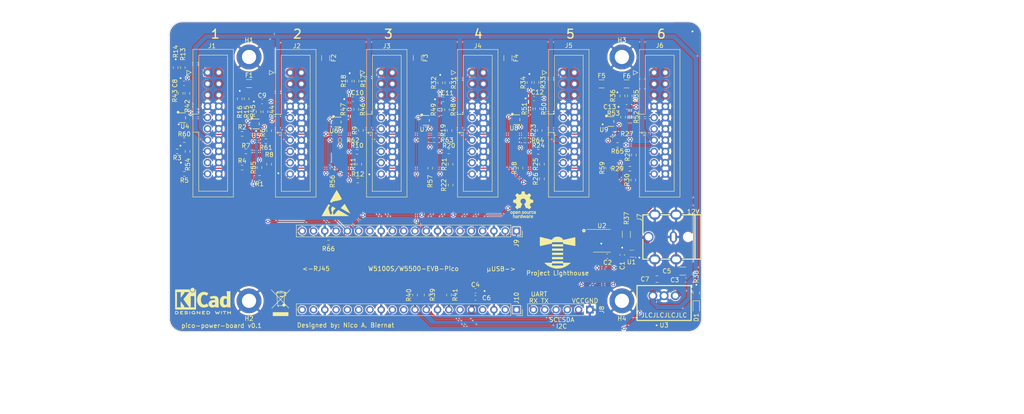
<source format=kicad_pcb>
(kicad_pcb (version 20221018) (generator pcbnew)
  (title_block (title "Pi Pico - Lighthouse Power Board") (rev "1") (company "Project Lighthouse") (comment 4 "AISLER Project ID: VPFFOKPM"))
  (layers (0 "F.Cu" signal) (31 "B.Cu" signal) (34 "B.Paste" user) (35 "F.Paste" user) (36 "B.SilkS" user "B.Silkscreen") (37 "F.SilkS" user "F.Silkscreen") (38 "B.Mask" user) (39 "F.Mask" user) (44 "Edge.Cuts" user))
  (net 0 "")
  (net 1 "SCK")
  (net 2 "MOSI")
  (net 3 "MISO")
  (net 4 "VBUS")
  (net 5 "3V3_EN")
  (net 6 "ADC_VREF")
  (net 7 "Net-(D1-K)")
  (net 8 "RUN")
  (net 9 "ENC_INT")
  (net 10 "GND")
  (net 11 "+3V3")
  (net 12 "ENC_RST")
  (net 13 "ENC_MOSI")
  (net 14 "CS1")
  (net 15 "RESET1")
  (net 16 "RESET2")
  (net 17 "CS2")
  (net 18 "RESET3")
  (net 19 "CS3")
  (net 20 "RESET4")
  (net 21 "CS4")
  (net 22 "RESET5")
  (net 23 "CS5")
  (net 24 "RESET6")
  (net 25 "CS6")
  (net 26 "Net-(J1-Pin_10)")
  (net 27 "Net-(J2-Pin_10)")
  (net 28 "Net-(J3-Pin_10)")
  (net 29 "Net-(J4-Pin_10)")
  (net 30 "ENC_SCK")
  (net 31 "ENC_CS")
  (net 32 "ENC_MISO")
  (net 33 "UART0_TX")
  (net 34 "UART0_RX")
  (net 35 "I2C_SDA")
  (net 36 "+12V")
  (net 37 "12V_IN")
  (net 38 "Net-(J5-Pin_10)")
  (net 39 "Net-(J6-Pin_10)")
  (net 40 "VSYS")
  (net 41 "I2C_SCL")
  (net 42 "ALERT")
  (net 43 "Net-(J1-Pin_16)")
  (net 44 "Net-(J1-Pin_18)")
  (net 45 "Net-(J1-Pin_19)")
  (net 46 "Net-(J1-Pin_20)")
  (net 47 "Net-(J2-Pin_16)")
  (net 48 "Net-(J2-Pin_18)")
  (net 49 "Net-(J2-Pin_19)")
  (net 50 "Net-(J2-Pin_20)")
  (net 51 "Net-(J3-Pin_16)")
  (net 52 "Net-(J3-Pin_18)")
  (net 53 "Net-(J3-Pin_19)")
  (net 54 "Net-(J3-Pin_20)")
  (net 55 "Net-(J5-Pin_16)")
  (net 56 "Net-(J5-Pin_18)")
  (net 57 "Net-(J5-Pin_19)")
  (net 58 "Net-(J5-Pin_20)")
  (net 59 "Net-(J6-Pin_16)")
  (net 60 "Net-(J6-Pin_18)")
  (net 61 "Net-(J6-Pin_19)")
  (net 62 "Net-(J6-Pin_20)")
  (net 63 "Net-(J4-Pin_16)")
  (net 64 "Net-(J4-Pin_18)")
  (net 65 "Net-(J4-Pin_19)")
  (net 66 "Net-(J4-Pin_20)")
  (net 67 "MISO_1")
  (net 68 "MISO_2")
  (net 69 "MISO_3")
  (net 70 "MISO_4")
  (net 71 "MISO_5")
  (net 72 "MISO_6")
  (net 73 "Net-(U4-Y)")
  (net 74 "Net-(U5-Y)")
  (net 75 "Net-(U6-Y)")
  (net 76 "Net-(U7-Y)")
  (net 77 "Net-(U8-Y)")
  (net 78 "Net-(U9-Y)")
  (footprint "Symbol:ESD-Logo_6.6x6mm_SilkScreen" (layer "F.Cu") (at 127.59 115.94)
    (fp_text reference "REF_ESD" hide)
    (fp_text value "ESD-Logo_6.6x6mm_SilkScreen" hide)
  )
  (footprint "Resistor_SMD:R_0603_1608Metric" (layer "F.Cu") (at 192.275 96.575 90)
    (fp_text reference "R53")
    (fp_text value "200")
  )
  (footprint "Lighthouse:SOT-353_L2.1-W1.3-P0.65-LS2.3-BR" (layer "F.Cu") (at 168.3 97.15 180)
    (fp_text reference "U8")
    (fp_text value "74LVC1G125GW,125")
  )
  (footprint "Lighthouse:Lighthouse-Logo" (layer "F.Cu") (at 177.51 126.74)
    (fp_text reference "G_LH" hide)
    (fp_text value "LOGO" hide)
  )
  (footprint "MountingHole:MountingHole_3.2mm_M3_DIN965_Pad" (layer "F.Cu") (at 192 83)
    (fp_text reference locked "H3")
    (fp_text value "MountingHole_Pad")
  )
  (footprint "Resistor_SMD:R_0603_1608Metric" (layer "F.Cu") (at 193.825 96.575 -90)
    (fp_text reference "R52")
    (fp_text value "200")
  )
  (footprint "LED_SMD:LED_0603_1608Metric" (layer "F.Cu") (at 208.75 139.5 -90)
    (fp_text reference "D1")
    (fp_text value "LED")
  )
  (footprint "Resistor_SMD:R_0603_1608Metric" (layer "F.Cu") (at 173.99 110.49 90)
    (fp_text reference "R26")
    (fp_text value "100")
  )
  (footprint "Resistor_SMD:R_0603_1608Metric" (layer "F.Cu") (at 112.522 99.631 90)
    (fp_text reference "R6")
    (fp_text value "100")
  )
  (footprint "Fuse:Fuse_1206_3216Metric" (layer "F.Cu") (at 145.91 83.23 -90)
    (fp_text reference "F3")
    (fp_text value "Polyfuse")
  )
  (footprint "Resistor_SMD:R_0603_1608Metric" (layer "F.Cu") (at 193.775 91.775 90)
    (fp_text reference "R35")
    (fp_text value "27k")
  )
  (footprint "MountingHole:MountingHole_3.2mm_M3_DIN965_Pad" (layer "F.Cu") (at 192 138)
    (fp_text reference "H4")
    (fp_text value "MountingHole_Pad")
  )
  (footprint "Resistor_SMD:R_0603_1608Metric" (layer "F.Cu") (at 188.9 108.05 -90)
    (fp_text reference "R59")
    (fp_text value "100")
  )
  (footprint "Resistor_SMD:R_0603_1608Metric" (layer "F.Cu") (at 173.482 99.568 90)
    (fp_text reference "R23")
    (fp_text value "100")
  )
  (footprint "Resistor_SMD:R_0603_1608Metric" (layer "F.Cu") (at 132.15 94.825 -90)
    (fp_text reference "R46")
    (fp_text value "200")
  )
  (footprint "Fuse:Fuse_1206_3216Metric" (layer "F.Cu") (at 166.32 83.25 -90)
    (fp_text reference "F4")
    (fp_text value "Polyfuse")
  )
  (footprint "Fuse:Fuse_1206_3216Metric" (layer "F.Cu") (at 125.25 83.25 -90)
    (fp_text reference "F2")
    (fp_text value "Polyfuse")
  )
  (footprint "Lighthouse:PWRM-TH_K7803-500R3" (layer "F.Cu") (at 201.5 138.5 180)
    (fp_text reference "U3")
    (fp_text value "K7803-500R3")
  )
  (footprint "Capacitor_SMD:C_0603_1608Metric" (layer "F.Cu") (at 131.4 92.525 180)
    (fp_text reference "C10")
    (fp_text value "100nF")
  )
  (footprint "Resistor_SMD:R_0603_1608Metric" (layer "F.Cu") (at 125.9 124.85 180)
    (fp_text reference "R66")
    (fp_text value "10k")
  )
  (footprint "Resistor_SMD:R_0603_1608Metric" (layer "F.Cu") (at 105.9 92.425 -90)
    (fp_text reference "R16")
    (fp_text value "10k")
  )
  (footprint "Capacitor_SMD:C_1206_3216Metric" (layer "F.Cu") (at 205.7 131.3 180)
    (fp_text reference "C5")
    (fp_text value "10uF")
  )
  (footprint "Resistor_SMD:R_0603_1608Metric" (layer "F.Cu") (at 107.45 92.425 90)
    (fp_text reference "R15")
    (fp_text value "27k")
  )
  (footprint "Resistor_SMD:R_0603_1608Metric" (layer "F.Cu") (at 111.7 95.35 -90)
    (fp_text reference "R44")
    (fp_text value "200")
  )
  (footprint "Resistor_SMD:R_0603_1608Metric" (layer "F.Cu") (at 106.45 107.95 180)
    (fp_text reference "R4")
    (fp_text value "100")
  )
  (footprint "Lighthouse:SOT-353_L2.1-W1.3-P0.65-LS2.3-BR" (layer "F.Cu") (at 109.6 98.1 180)
    (fp_text reference "U5")
    (fp_text value "74LVC1G125GW,125")
  )
  (footprint "Fuse:Fuse_1206_3216Metric" (layer "F.Cu") (at 187.425 89.075 180)
    (fp_text reference "F5")
    (fp_text value "Polyfuse")
  )
  (footprint "Resistor_SMD:R_0603_1608Metric" (layer "F.Cu") (at 110.15 95.35 90)
    (fp_text reference "R45")
    (fp_text value "200")
  )
  (footprint "Resistor_SMD:R_0603_1608Metric" (layer "F.Cu") (at 112.522 107.188 90)
    (fp_text reference "R8")
    (fp_text value "100")
  )
  (footprint "Resistor_SMD:R_0603_1608Metric" (layer "F.Cu") (at 153.162 99.568 90)
    (fp_text reference "R19")
    (fp_text value "100")
  )
  (footprint "Resistor_SMD:R_0603_1608Metric" (layer "F.Cu") (at 132.334 104.394)
    (fp_text reference "R10")
    (fp_text value "100")
  )
  (footprint "Connector_IDC:IDC-Header_2x10_P2.54mm_Vertical" (layer "F.Cu") (at 158.2525 86.53)
    (fp_text reference "J4")
    (fp_text value "Conn_02x10_Counter_Clockwise")
  )
  (footprint "Resistor_SMD:R_0603_1608Metric" (layer "F.Cu") (at 153.03 136.7 -90)
    (fp_text reference "R41")
    (fp_text value "4.7k")
  )
  (footprint "Resistor_SMD:R_1206_3216Metric" (layer "F.Cu") (at 193 123 -90)
    (fp_text reference "R37")
    (fp_text value "10m")
  )
  (footprint "Connector_IDC:IDC-Header_2x10_P2.54mm_Vertical" (layer "F.Cu") (at 137.7525 86.53)
    (fp_text reference "J3")
    (fp_text value "Conn_02x10_Counter_Clockwise")
  )
  (footprint "Resistor_SMD:R_0603_1608Metric" (layer "F.Cu") (at 132.225 88.4485 90)
    (fp_text reference "R17")
    (fp_text value "27k")
  )
  (footprint "Resistor_SMD:R_0805_2012Metric" (layer "F.Cu") (at 208.75 136.25 -90)
    (fp_text reference "R38")
    (fp_text value "470")
  )
  (footprint "Resistor_SMD:R_0603_1608Metric" (layer "F.Cu") (at 173.165 104.394)
    (fp_text reference "R24")
    (fp_text value "100")
  )
  (footprint "Resistor_SMD:R_0603_1608Metric" (layer "F.Cu") (at 151.075 88.825 -90)
    (fp_text reference "R32")
    (fp_text value "10k")
  )
  (footprint "Resistor_SMD:R_0603_1608Metric" (layer "F.Cu") (at 194.564 110.744 90)
    (fp_text reference "R30")
    (fp_text value "100")
  )
  (footprint "Capacitor_SMD:C_0603_1608Metric" (layer "F.Cu") (at 206.4 133.3 180)
    (fp_text reference "C3")
    (fp_text value "100nF")
  )
  (footprint "Resistor_SMD:R_0603_1608Metric" (layer "F.Cu") (at 148.81 108.09 -90)
    (fp_text reference "R57")
    (fp_text value "100")
  )
  (footprint "Capacitor_SMD:C_0603_1608Metric" (layer "F.Cu") (at 159 135.75)
    (fp_text reference "C4")
    (fp_text value "100nF")
  )
  (footprint "Resistor_SMD:R_0603_1608Metric" (layer "F.Cu") (at 93.4 109.375)
    (fp_text reference "R5")
    (fp_text value "100")
  )
  (footprint "Resistor_SMD:R_0603_1608Metric" (layer "F.Cu") (at 192.125 91.775 -90)
    (fp_text reference "R36")
    (fp_text value "10k")
  )
  (footprint "Resistor_SMD:R_0603_1608Metric" (layer "F.Cu") (at 170.15 101.8 180)
    (fp_text reference "R64")
    (fp_text value "10k")
  )
  (footprint "Resistor_SMD:R_0603_1608Metric" (layer "F.Cu") (at 191 102.85 180)
    (fp_text reference "R65")
    (fp_text value "10k")
  )
  (footprint "Resistor_SMD:R_0603_1608Metric" (layer "F.Cu") (at 91.47 85.39 -90)
    (fp_text reference "R14")
    (fp_text value "10k")
  )
  (footprint "Lighthouse:SOT-563_L1.6-W1.2-P0.50-LS1.6-BR" (layer "F.Cu") (at 194.27 127.358356)
    (fp_text reference "U1")
    (fp_text value "TMP112AIDRLR")
  )
  (footprint "Resistor_SMD:R_0603_1608Metric" (layer "F.Cu") (at 172.77 88.745 90)
    (fp_text reference "R33")
    (fp_text value "27k")
  )
  (footprint "Resistor_SMD:R_0603_1608Metric" (layer "F.Cu") (at 94.1 91.2 -90)
    (fp_text reference "R42")
    (fp_text value "200")
  )
  (footprint "Resistor_SMD:R_0603_1608Metric" (layer "F.Cu") (at 153 104.31)
    (fp_text reference "R20")
    (fp_text value "100")
  )
  (footprint "Fuse:Fuse_1206_3216Metric" (layer "F.Cu") (at 108 89 180)
    (fp_text reference "F1")
    (fp_text value "Polyfuse")
  )
  (footprint "Resistor_SMD:R_0603_1608Metric" (layer "F.Cu") (at 106.45 100.35 180)
    (fp_text reference "R2")
    (fp_text value "100")
  )
  (footprint "Resistor_SMD:R_0603_1608Metric" (layer "F.Cu") (at 94.15 104.3 -90)
    (fp_text reference "R54")
    (fp_text value "100")
  )
  (footprint "Resistor_SMD:R_0603_1608Metric" (layer "F.Cu") (at 145.4 136.7 -90)
    (fp_text reference "R40")
    (fp_text value "4.7k")
  )
  (footprint "Resistor_SMD:R_0603_1608Metric" (layer "F.Cu") (at 93.078 85.4 90)
    (fp_text reference "R13")
    (fp_text value "27k")
  )
  (footprint "Resistor_SMD:R_0603_1608Metric" (layer "F.Cu") (at 110.35 107.95 -90)
    (fp_text reference "R55")
    (fp_text value "100")
  )
  (footprint "Resistor_SMD:R_0603_1608Metric" (layer "F.Cu") (at 110.36 110.27)
    (fp_text reference "R1")
    (fp_text value "100")
  )
  (footprint "Resistor_SMD:R_0603_1608Metric" (layer "F.Cu") (at 171.45 94.675 90)
    (fp_text reference "R51")
    (fp_text value "200")
  )
  (footprint "Connector_IDC:IDC-Header_2x10_P2.54mm_Vertical" (layer "F.Cu") (at 98.65 86.5)
    (fp_text reference "J1")
    (fp_text value "Conn_02x10_Counter_Clockwise")
  )
  (footprint "Resistor_SMD:R_0603_1608Metric" (layer "F.Cu") (at 91.8 104.28)
    (fp_text reference "R3")
    (fp_text value "100")
  )
  (footprint "Connector_PinSocket_2.54mm:PinSocket_1x20_P2.54mm_Vertical" (layer "F.Cu") (at 168.25 122.25 -90)
    (fp_text reference "J9")
    (fp_text value "Conn_01x20_Female")
  )
  (footprint "Resistor_SMD:R_0603_1608Metric" (layer "F.Cu") (at 169.15 108.05 -90)
    (fp_text reference "R58")
    (fp_text value "100")
  )
  (footprint "MountingHole:MountingHole_3.2mm_M3_DIN965_Pad" (layer "F.Cu") (at 108 138)
    (fp_text reference "H2")
    (fp_text value "MountingHole_Pad")
  )
  (footprint "Capacitor_SMD:C_0603_1608Metric" (layer "F.Cu") (at 172.2 92.375 180)
    (fp_text reference "C12")
    (fp_text value "100nF")
  )
  (footprint "Resistor_SMD:R_0603_1608Metric" (layer "F.Cu") (at 111.8 102 180)
    (fp_text reference "R61")
    (fp_text value "10k")
  )
  (footprint "Lighthouse:SOT-353_L2.1-W1.3-P0.65-LS2.3-BR" (layer "F.Cu") (at 93.000508 96.708719 180)
    (fp_text reference "U4")
    (fp_text value "74LVC1G125GW,125")
  )
  (footprint "Package_SO:SOIC-8_3.9x4.9mm_P1.27mm" (layer "F.Cu") (at 187.5 124.46)
    (fp_text reference "U2")
    (fp_text value "INA219AxD")
  )
  (footprint "Connector_PinSocket_2.54mm:PinSocket_1x20_P2.54mm_Vertical" (layer "F.Cu") (at 168.25 140 -90)
    (fp_text reference "J10")
    (fp_text value "Conn_01x20_Female")
  )
  (footprint "Connector_IDC:IDC-Header_2x10_P2.54mm_Vertical" (layer "F.Cu") (at 178.7525 86.53)
    (fp_text reference "J5")
    (fp_text value "Conn_02x10_Counter_Clockwise")
  )
  (footprint "Resistor_SMD:R_0603_1608Metric" (layer "F.Cu") (at 130.6 94.825 90)
    (fp_text reference "R47")
    (fp_text value "200")
  )
  (footprint "Resistor_SMD:R_0603_1608Metric" (layer "F.Cu") (at 133.2 99.57 90)
    (fp_text reference "R9")
    (fp_text value "100")
  )
  (footprint "Capacitor_SMD:C_0603_1608Metric" (layer "F.Cu") (at 188.68 127.95)
    (fp_text reference "C2")
    (fp_text value "100nF")
  )
  (footprint "Capacitor_SMD:C_0805_2012Metric" (layer "F.Cu") (at 199.898 133.096)
    (fp_text reference "C7")
    (fp_text value "22uF")
  )
  (footprint "Symbol:OSHW-Logo_5.7x6mm_SilkScreen" (layer "F.Cu") (at 169.76 116.33)
    (fp_text reference "REF_OSH" hide)
    (fp_text value "OSHW-Logo_5.7x6mm_SilkScreen" hide)
  )
  (footprint "Capacitor_SMD:C_0603_1608Metric" (layer "F.Cu") (at 159 137.35)
    (fp_text reference "C6")
    (fp_text value "22pF")
  )
  (footprint "Lighthouse:SOT-353_L2.1-W1.3-P0.65-LS2.3-BR" (layer "F.Cu") (at 189.5 97.55 180)
    (fp_text reference "U9")
    (fp_text value "74LVC1G125GW,125")
  )
  (footprint "Resistor_SMD:R_0603_1608Metric" (layer "F.Cu") (at 171.17 88.745 -90)
    (fp_text reference "R34")
    (fp_text value "10k")
  )
  (footprint "Resistor_SMD:R_0603_1608Metric" (layer "F.Cu") (at 152.58 94.89 -90)
    (fp_text reference "R48")
    (fp_text value "200")
  )
  (footprint "Symbol:KiCad-Logo2_5mm_SilkScreen" (layer "F.Cu") (at 97.62 138.04)
    (fp_text reference "REF_KiCad" hide)
    (fp_text value "KiCad-Logo2_5mm_SilkScreen" hide)
  )
  (footprint "Resistor_SMD:R_0603_1608Metric" (layer "F.Cu") (at 132.842 107.188 90)
    (fp_text reference "R11")
    (fp_text value "100")
  )
  (footprint "Resistor_SMD:R_0603_1608Metric" (layer "F.Cu") (at 153.416 107.188 90)
    (fp_text reference "R21")
    (fp_text value "100")
  )
  (footprint "Resistor_SMD:R_0603_1608Metric" (layer "F.Cu") (at 173.99 107.188 90)
    (fp_text reference "R25")
    (fp_text value "100")
  )
  (footprint "Capacitor_SMD:C_0603_1608Metric" (layer "F.Cu") (at 192.07 127.64 90)
    (fp_text reference "C1")
    (fp_text value "10nF")
  )
  (footprint "Resistor_SMD:R_0603_1608Metric" (layer "F.Cu") (at 194.7 105.1 90)
    (fp_text reference "R28")
    (fp_text value "100")
  )
  (footprint "Resistor_SMD:R_0603_1608Metric" (layer "F.Cu") (at 149.7 101.75 180)
    (fp_text reference "R63")
    (fp_text value "10k")
  )
  (footprint "Symbol:WEEE-Logo_4.2x6mm_SilkScreen" (layer "F.Cu") (at 115.13 138.42)
    (fp_text reference "REF_WEEE" hide)
    (fp_text value "WEEE-Logo_4.2x6mm_SilkScreen" hide)
  )
  (footprint "Resistor_SMD:R_0603_1608Metric" (layer "F.Cu") (at 107.3 104.3)
    (fp_text reference "R7")
    (fp_text value "100")
  )
  (footprint "Resistor_SMD:R_0603_1608Metric" (layer "F.Cu") (at 148 136.7 -90)
    (fp_text reference "R39")
    (fp_text value "4.7k")
  )
  (footprint "Resistor_SMD:R_0603_1608Metric" (layer "F.Cu") (at 190.2 100.35)
    (fp_text reference "R27")
    (fp_text value "100")
  )
  (footprint "Connector_PinHeader_2.54mm:PinHeader_1x06_P2.54mm_Vertical" (layer "F.Cu") (at 184.78 140 -90)
    (fp_text reference "J8")
    (fp_text value "Conn_01x06_Male")
  )
  (footprint "Resistor_SMD:R_0603_1608Metric" (layer "F.Cu") (at 128.5 101.775 180)
    (fp_text reference "R62")
    (fp_text value "10k")
  )
  (footprint "Capacitor_SMD:C_0603_1608Metric" (layer "F.Cu") (at 93.35 88.95 180)
    (fp_text reference "C8")
    (fp_text value "100nF")
  )
  (footprint "Resistor_SMD:R_0603_1608Metric" (layer "F.Cu") (at 93.4 101.75 180)
    (fp_text reference "R60")
    (fp_text value "10k")
  )
  (footprint "MountingHole:MountingHole_3.2mm_M3_DIN965_Pad" (layer "F.Cu") (at 108 83)
    (fp_text reference "H1")
    (fp_text value "MountingHole_Pad")
  )
  (footprint "Resistor_SMD:R_0603_1608Metric" (layer "F.Cu") (at 152.675 88.825 90)
    (fp_text reference "R31")
    (fp_text value "27k")
  )
  (footprint "Connector_IDC:IDC-Header_2x10_P2.54mm_Vertical" (layer "F.Cu") (at 199.2525 86.53)
    (fp_text reference "J6")
    (fp_text value "Conn_02x10_Counter_Clockwise")
  )
  (footprint "Resistor_SMD:R_0603_1608Metric" (layer "F.Cu") (at 132.5 110.86)
    (fp_text reference "R12")
    (fp_text value "100")
  )
  (footprint "Resistor_SMD:R_0603_1608Metric" (layer "F.Cu") (at 126.8 108.09 -90)
    (fp_text reference "R56")
    (fp_text value "100")
  )
  (footprint "Resistor_SMD:R_0603_1608Metric" (layer "F.Cu") (at 193.802 108.204)
    (fp_text reference "R29")
    (fp_text value "100")
  )
  (footprint "Lighthouse:SOT-353_L2.1-W1.3-P0.65-LS2.3-BR" (layer "F.Cu") (at 128.025 97.675 180)
    (fp_text reference "U6")
    (fp_text value "74LVC1G125GW,125")
  )
  (footprint "Resistor_SMD:R_0603_1608Metric" (layer "F.Cu") (at 130.675 88.45 -90)
    (fp_text reference "R18")
    (fp_text value "10k")
  )
  (footprint "Lighthouse:SOT-353_L2.1-W1.3-P0.65-LS2.3-BR" (layer "F.Cu") (at 147.909492 97.311282 180)
    (fp_text reference "U7")
    (fp_text value "74LVC1G125GW,125")
  )
  (footprint "Capacitor_SMD:C_0603_1608Metric" (layer "F.Cu") (at 193.075 94.25 180)
    (fp_text reference "C13")
    (fp_text value "100nF")
  )
  (footprint "Capacitor_SMD:C_0603_1608Metric" (layer "F.Cu") (at 151.78 92.54 180)
    (fp_text reference "C11")
    (fp_text value "100nF")
  )
  (footprint "Connector_IDC:IDC-Header_2x10_P2.54mm_Vertical" (layer "F.Cu") (at 117.2525 86.53)
    (fp_text reference "J2")
    (fp_text value "Conn_02x10_Counter_Clockwise")
  )
  (footprint "Lighthouse:DC-IN-TH_DC-042C-Z-2.5" (layer "F.Cu") (at 201.099898 123.6 -90)
    (fp_text reference "J7")
    (fp_text value "DC-042C-Z-2.5")
  )
  (footprint "Fuse:Fuse_1206_3216Metric" (layer "F.Cu") (at 193.075 89.075)
    (fp_text reference "F6")
    (fp_text value "Polyfuse")
  )
  (footprint "Resistor_SMD:R_0603_1608Metric" (layer "F.Cu") (at 92.6 91.2 90)
    (fp_text reference "R43")
    (fp_text value "200")
  )
  (footprint "Resistor_SMD:R_0603_1608Metric" (layer "F.Cu") (at 150.98 94.89 90)
    (fp_text reference "R49")
    (fp_text value "200")
  )
  (footprint "Capacitor_SMD:C_0603_1608Metric" (layer "F.Cu") (at 110.95 93.05 180)
    (fp_text reference "C9")
    (fp_text value "100nF")
  )
  (footprint "Resistor_SMD:R_0603_1608Metric" (layer "F.Cu") (at 153.416 111.9 90)
    (fp_text reference "R22")
    (fp_text value "100")
  )
  (footprint "Resistor_SMD:R_0603_1608Metric" (layer "F.Cu") (at 173 94.675 -90)
    (fp_text reference "R50")
    (fp_text value "200")
  )
  (gr_arc (start 207 75) (mid 209.12132 75.87868) (end 210 78) (stroke (width 0.1)) (layer "Edge.Cuts"))
  (gr_line (start 207 145) (end 93 145) (stroke (width 0.1)) (layer "Edge.Cuts"))
  (gr_line (start 210 78) (end 210 142) (stroke (width 0.1)) (layer "Edge.Cuts"))
  (gr_arc (start 210 142) (mid 209.12132 144.12132) (end 207 145) (stroke (width 0.1)) (layer "Edge.Cuts"))
  (gr_line locked (start 90 78) (end 90 142) (stroke (width 0.1)) (layer "Edge.Cuts"))
  (gr_arc (start 93 145) (mid 90.87868 144.12132) (end 90 142) (stroke (width 0.1)) (layer "Edge.Cuts"))
  (gr_line (start 93 75) (end 207 75) (stroke (width 0.1)) (layer "Edge.Cuts"))
  (gr_arc (start 90 78) (mid 90.87868 75.87868) (end 93 75) (stroke (width 0.1)) (layer "Edge.Cuts"))
  (gr_text "GND" (at 185.13 137.99) (layer "F.SilkS") (effects (font (size 1 1))))
  (gr_text "3" (at 138.25 78.994) (layer "F.SilkS") (effects (font (size 2 2) (thickness 0.3)) (justify left bottom)))
  (gr_text "Designed by: Nico A. Biernat" (at 129.75 143.5) (layer "F.SilkS") (effects (font (size 1 1))))
  (gr_text "UART" (at 173.34 136.5) (layer "F.SilkS") (effects (font (size 1 1))))
  (gr_text "4" (at 158.5 78.994) (layer "F.SilkS") (effects (font (size 2 2) (thickness 0.3)) (justify left bottom)))
  (gr_text "TX" (at 174.63 138) (layer "F.SilkS") (effects (font (size 1 1))))
  (gr_text "JLCJLCJLCJLC" (at 201.5 141.25) (layer "F.SilkS") (effects (font (size 1 1))))
  (gr_text "pico-power-board v0.1" (at 101.8 143.6) (layer "F.SilkS") (effects (font (size 1 1))))
  (gr_text "5" (at 179.25 78.994) (layer "F.SilkS") (effects (font (size 2 2) (thickness 0.3)) (justify left bottom)))
  (gr_text "W5100S/W5500-EVB-Pico" (at 145.034 130.75) (layer "F.SilkS") (effects (font (size 1 1))))
  (gr_text "12V" (at 208.06 117.9) (layer "F.SilkS") (effects (font (size 1 1))))
  (gr_text "RX" (at 172.06 138) (layer "F.SilkS") (effects (font (size 1 1))))
  (gr_text "VCC" (at 182.17 137.99) (layer "F.SilkS") (effects (font (size 1 1))))
  (gr_text "6" (at 199.75 78.994) (layer "F.SilkS") (effects (font (size 2 2) (thickness 0.3)) (justify left bottom)))
  (gr_text "<-RJ45" (at 123.09 130.75) (layer "F.SilkS") (effects (font (size 1 1))))
  (gr_text "µUSB->" (at 164.79 130.81) (layer "F.SilkS") (effects (font (size 1 1))))
  (gr_text "I2C" (at 178.4 143.75) (layer "F.SilkS") (effects (font (size 1 1))))
  (gr_text "SDA" (at 179.87 142.27) (layer "F.SilkS") (effects (font (size 1 1))))
  (gr_text "1" (at 99.25 78.994) (layer "F.SilkS") (effects (font (size 2 2) (thickness 0.3)) (justify left bottom)))
  (gr_text "SCL" (at 177 142.27) (layer "F.SilkS") (effects (font (size 1 1))))
  (gr_text "2" (at 117.75 78.994) (layer "F.SilkS") (effects (font (size 2 2) (thickness 0.3)) (justify left bottom)))
  (segment (start 153.162 100.393) (end 153.174 100.405) (width 0.25) (layer "F.Cu") (net 1))
  (segment (start 131.525 100.405) (end 153.15 100.405) (width 0.25) (layer "F.Cu") (net 1))
  (segment (start 153.15 100.405) (end 153.162 100.393) (width 0.25) (layer "F.Cu") (net 1))
  (segment (start 189.32 100.405) (end 189.375 100.35) (width 0.25) (layer "F.Cu") (net 1))
  (segment (start 107.375 100.45) (end 107.275 100.35) (width 0.25) (layer "F.Cu") (net 1))
  (segment (start 125.3 109.25) (end 125.3 112.32) (width 0.25) (layer "F.Cu") (net 1))
  (segment (start 153.174 100.405) (end 189.32 100.405) (width 0.25) (layer "F.Cu") (net 1))
  (segment (start 112.573 100.405) (end 131.525 100.405) (width 0.25) (layer "F.Cu") (net 1))
  (segment (start 112.522 100.456) (end 112.516 100.45) (width 0.25) (layer "F.Cu") (net 1))
  (segment (start 112.516 100.45) (end 107.375 100.45) (width 0.25) (layer "F.Cu") (net 1))
  (segment (start 112.522 100.456) (end 112.573 100.405) (width 0.25) (layer "F.Cu") (net 1))
  (segment (start 125.3 112.32) (end 135.23 122.25) (width 0.25) (layer "F.Cu") (net 1))
  (via (at 125.3 109.25) (size 0.8) (drill 0.4) (layers "F.Cu" "B.Cu") (net 1))
  (via (at 125.3 100.405) (size 0.8) (drill 0.4) (layers "F.Cu" "B.Cu") (net 1))
  (segment (start 125.3 100.405) (end 125.3 109.25) (width 0.25) (layer "B.Cu") (net 1))
  (segment (start 107.759 107.95) (end 112.459 107.95) (width 0.25) (layer "F.Cu") (net 2))
  (segment (start 192.85 108.077) (end 192.977 108.204) (width 0.25) (layer "F.Cu") (net 2))
  (segment (start 112.586 108.077) (end 192.85 108.077) (width 0.25) (layer "F.Cu") (net 2))
  (segment (start 123.9 108.077) (end 123.9 113.46) (width 0.25) (layer "F.Cu") (net 2))
  (segment (start 112.459 107.95) (end 112.586 108.077) (width 0.25) (layer "F.Cu") (net 2))
  (segment (start 123.9 113.46) (end 132.69 122.25) (width 0.25) (layer "F.Cu") (net 2))
  (segment (start 133.72 118.68) (end 126.8 111.76) (width 0.25) (layer "F.Cu") (net 3))
  (segment (start 126.8 111.76) (end 126.8 108.915) (width 0.25) (layer "F.Cu") (net 3))
  (segment (start 112.25 120.1) (end 100.45 120.1) (width 0.25) (layer "F.Cu") (net 3))
  (segment (start 126.725 124.85) (end 127.55 124.85) (width 0.25) (layer "F.Cu") (net 3))
  (segment (start 110.35 110.925) (end 116.05 116.625) (width 0.25) (layer "F.Cu") (net 3))
  (segment (start 159.15 113.55) (end 164.1 113.55) (width 0.25) (layer "F.Cu") (net 3))
  (segment (start 93.425 105.85) (end 94.15 105.125) (width 0.25) (layer "F.Cu") (net 3))
  (segment (start 154.01 118.69) (end 159.15 113.55) (width 0.25) (layer "F.Cu") (net 3))
  (segment (start 127.55 124.85) (end 130.15 122.25) (width 0.25) (layer "F.Cu") (net 3))
  (segment (start 124.525 116.625) (end 130.15 122.25) (width 0.25) (layer "F.Cu") (net 3))
  (segment (start 100.45 120.1) (end 93.425 113.075) (width 0.25) (layer "F.Cu") (net 3))
  (segment (start 164.1 113.55) (end 168.775 108.875) (width 0.25) (layer "F.Cu") (net 3))
  (segment (start 148.81 116.78) (end 148.81 108.915) (width 0.25) (layer "F.Cu") (net 3))
  (segment (start 166.35 117.1) (end 180.675 117.1) (width 0.25) (layer "F.Cu") (net 3))
  (segment (start 110.35 108.775) (end 110.35 110.925) (width 0.25) (layer "F.Cu") (net 3))
  (segment (start 116.05 116.625) (end 124.525 116.625) (width 0.25) (layer "F.Cu") (net 3))
  (segment (start 93.425 113.075) (end 93.425 105.85) (width 0.25) (layer "F.Cu") (net 3))
  (segment (start 180.675 117.1) (end 188.9 108.875) (width 0.25) (layer "F.Cu") (net 3))
  (segment (start 146.9 118.69) (end 148.81 116.78) (width 0.25) (layer "F.Cu") (net 3))
  (segment (start 168.775 108.875) (end 169.15 108.875) (width 0.25) (layer "F.Cu") (net 3))
  (via (at 166.35 117.1) (size 0.8) (drill 0.4) (layers "F.Cu" "B.Cu") (net 3))
  (via (at 154.01 118.69) (size 0.8) (drill 0.4) (layers "F.Cu" "B.Cu") (net 3))
  (via (at 112.25 120.1) (size 0.8) (drill 0.4) (layers "F.Cu" "B.Cu") (net 3))
  (via (at 146.9 118.69) (size 0.8) (drill 0.4) (layers "F.Cu" "B.Cu") (net 3))
  (via (at 133.72 118.68) (size 0.8) (drill 0.4) (layers "F.Cu" "B.Cu") (net 3))
  (segment (start 146.9 118.69) (end 133.73 118.69) (width 0.25) (layer "B.Cu") (net 3))
  (segment (start 112.25 120.1) (end 128 120.1) (width 0.25) (layer "B.Cu") (net 3))
  (segment (start 164.76 118.69) (end 154.01 118.69) (width 0.25) (layer "B.Cu") (net 3))
  (segment (start 133.73 118.69) (end 133.72 118.68) (width 0.25) (layer "B.Cu") (net 3))
  (segment (start 128 120.1) (end 130.15 122.25) (width 0.25) (layer "B.Cu") (net 3))
  (segment (start 154.01 118.69) (end 146.9 118.69) (width 0.25) (layer "B.Cu") (net 3))
  (segment (start 166.35 117.1) (end 164.76 118.69) (width 0.25) (layer "B.Cu") (net 3))
  (segment (start 133.72 118.68) (end 130.15 122.25) (width 0.25) (layer "B.Cu") (net 3))
  (segment (start 208.75 138.7125) (end 208.75 137.075) (width 1) (layer "F.Cu") (net 7))
  (segment (start 161.01 135.75) (end 159.775 135.75) (width 0.5) (layer "F.Cu") (net 10))
  (segment (start 204.57 133.3) (end 205.625 133.3) (width 0.5) (layer "F.Cu") (net 10))
  (segment (start 105.9 91.6) (end 105.9 90.647) (width 0.5) (layer "F.Cu") (net 10))
  (segment (start 208.788 134.39) (end 208.788 135.387) (width 1) (layer "F.Cu") (net 10))
  (segment (start 201.87 124.03) (end 201.87 130.53) (width 0.5) (layer "F.Cu") (net 10))
  (segment (start 109 99.7) (end 109.6 99.7) (width 0.25) (layer "F.Cu") (net 10))
  (segment (start 189.37 125.03) (end 189.375 125.035) (width 0.25) (layer "F.Cu") (net 10))
  (segment (start 109.1 93.05) (end 110.175 93.05) (width 0.25) (layer "F.Cu") (net 10))
  (segment (start 192.07672 126.85828) (end 192.07 126.865) (width 0.25) (layer "F.Cu") (net 10))
  (segment (start 187.355 125.095) (end 186.085 123.825) (width 0.5) (layer "F.Cu") (net 10))
  (segment (start 92.575 87.775) (end 92.575 88.95) (width 0.25) (layer "F.Cu") (net 10))
  (segment (start 193.419987 126.85828) (end 192.07672 126.85828) (width 0.25) (layer "F.Cu") (net 10))
  (segment (start 91.47 84.565) (end 91.47 83.54) (width 0.5) (layer "F.Cu") (net 10))
  (segment (start 159.775 137.35) (end 159.775 135.75) (width 1) (layer "F.Cu") (net 10))
  (segment (start 200.848 131.552) (end 201.87 130.53) (width 0.5) (layer "F.Cu") (net 10))
  (segment (start 171.17 86.845) (end 171.17 87.92) (width 0.5) (layer "F.Cu") (net 10))
  (segment (start 187.355 125.095) (end 189.975 125.095) (width 0.5) (layer "F.Cu") (net 10))
  (segment (start 92.6 90.375) (end 92.6 88.975) (width 0.25) (layer "F.Cu") (net 10))
  (segment (start 204.225 131.3) (end 202.64 131.3) (width 0.5) (layer "F.Cu") (net 10))
  (segment (start 195.120013 127.358407) (end 195.67014 127.358407) (width 0.25) (layer "F.Cu") (net 10))
  (segment (start 92.15 97.364916) (end 92.15621 97.358706) (width 0.25) (layer "F.Cu") (net 10))
  (segment (start 150.995 92.55) (end 151.005 92.54) (width 0.25) (layer "F.Cu") (net 10))
  (segment (start 149.9 92.55) (end 150.995 92.55) (width 0.25) (layer "F.Cu") (net 10))
  (segment (start 192.07 126.01) (end 192.07 126.865) (width 0.5) (layer "F.Cu") (net 10))
  (segment (start 92.15 98.2) (end 92.15 97.364916) (width 0.25) (layer "F.Cu") (net 10))
  (segment (start 203.88 134.46) (end 201.5 136.84) (width 0.5) (layer "F.Cu") (net 10))
  (segment (start 108.755702 99.455702) (end 109 99.7) (width 0.25) (layer "F.Cu") (net 10))
  (segment (start 125.07 124.845) (end 125.075 124.85) (width 0.25) (layer "F.Cu") (net 10))
  (segment (start 203.690051 123.6) (end 202.3 123.6) (width 0.5) (layer "F.Cu") (net 10))
  (segment (start 186.085 123.825) (end 185.025 123.825) (width 0.5) (layer "F.Cu") (net 10))
  (segment (start 171.4 92.35) (end 171.425 92.375) (width 0.25) (layer "F.Cu") (net 10))
  (segment (start 185.025 123.825) (end 185.025 122.555) (width 0.5) (layer "F.Cu") (net 10))
  (segment (start 204.57 133.3) (end 204.56 133.3) (width 0.5) (layer "F.Cu") (net 10))
  (segment (start 191.25 94.25) (end 192.3 94.25) (width 0.25) (layer "F.Cu") (net 10))
  (segment (start 130.6 92.5) (end 130.625 92.525) (width 0.25) (layer "F.Cu") (net 10))
  (segment (start 204.225 131.3) (end 204.225 132.955) (width 0.5) (layer "F.Cu") (net 10))
  (segment (start 202.64 131.3) (end 201.87 130.53) (width 0.5) (layer "F.Cu") (net 10))
  (segment (start 170.3 92.35) (end 171.4 92.35) (width 0.25) (layer "F.Cu") (net 10))
  (segment (start 195.67014 127.358407) (end 195.9255 127.613767) (width 0.25) (layer "F.Cu") (net 10))
  (segment (start 188.655689 98.2) (end 188.655702 98.199987) (width 0.25) (layer "F.Cu") (net 10))
  (segment (start 192.1 90.975) (end 192.125 90.95) (width 0.25) (layer "F.Cu") (net 10))
  (segment (start 187.905 126.645) (end 187.905 127.95) (width 0.5) (layer "F.Cu") (net 10))
  (segment (start 202.3 123.6) (end 201.87 124.03) (width 0.5) (layer "F.Cu") (net 10))
  (segment (start 208.788 135.387) (end 208.75 135.425) (width 1) (layer "F.Cu") (net 10))
  (segment (start 204.225 132.955) (end 204.57 133.3) (width 0.5) (layer "F.Cu") (net 10))
  (segment (start 201.5 136.84) (end 201.5 136.848997) (width 0.5) (layer "F.Cu") (net 10))
  (segment (start 108.755702 98.749987) (end 108.755702 99.455702) (width 0.25) (layer "F.Cu") (net 10))
  (segment (start 195.9255 127.613767) (end 195.9255 128.26) (width 0.25) (layer "F.Cu") (net 10))
  (segment (start 92.6 88.975) (end 92.575 88.95) (width 0.25) (layer "F.Cu") (net 10))
  (segment (start 190.975 90.975) (end 192.1 90.975) (width 0.25) (layer "F.Cu") (net 10))
  (segment (start 192.3 94.25) (end 192.3 95.725) (width 0.25) (layer "F.Cu") (net 10))
  (segment (start 130.6 92.55) (end 130.625 92.525) (width 0.25) (layer "F.Cu") (net 10))
  (segment (start 187.65 98.2) (end 188.655689 98.2) (width 0.25) (layer "F.Cu") (net 10))
  (segment (start 187.355 125.095) (end 187.355 126.095) (width 0.5) (layer "F.Cu") (net 10))
  (segment (start 187.355 126.095) (end 187.905 126.645) (width 0.5) (layer "F.Cu") (net 10))
  (segment (start 192.3 95.725) (end 192.275 95.75) (width 0.25) (layer "F.Cu") (net 10))
  (segment (start 130.6 94) (end 130.6 92.55) (width 0.25) (layer "F.Cu") (net 10))
  (segment (start 130.675 87.625) (end 130.675 86.672) (width 0.5) (layer "F.Cu") (net 10))
  (segment (start 204.56 133.3) (end 203.88 133.98) (width 0.5) (layer "F.Cu") (net 10))
  (segment (start 200.848 133.096) (end 200.848 131.552) (width 0.5) (layer "F.Cu") (net 10))
  (segment (start 129.45 92.5) (end 130.6 92.5) (width 0.25) (layer "F.Cu") (net 10))
  (segment (start 151.075 87.047) (end 151.075 88) (width 0.5) (layer "F.Cu") (net 10))
  (segment (start 203.88 133.98) (end 203.88 134.46) (width 0.5) (layer "F.Cu") (net 10))
  (segment (start 125.07 122.25) (end 125.07 124.845) (width 0.25) (layer "F.Cu") (net 10))
  (segment (start 161.05 135.79) (end 161.01 135.75) (width 0.5) (layer "F.Cu") (net 10))
  (via (at 92.55 103) (size 0.8) (drill 0.4) (layers "F.Cu" "B.Cu") (net 10))
  (via (at 114.6 109.24) (size 0.8) (drill 0.4) (layers "F.Cu" "B.Cu") (net 10))
  (via (at 195.9255 128.26) (size 0.8) (drill 0.4) (layers "F.Cu" "B.Cu") (net 10))
  (via (at 187.65 98.2) (size 0.8) (drill 0.4) (layers "F.Cu" "B.Cu") (net 10))
  (via (at 192.07 126.01) (size 0.8) (drill 0.4) (layers "F.Cu" "B.Cu") (net 10))
  (via (at 130.675 86.672) (size 0.8) (drill 0.4) (layers "F.Cu" "B.Cu") (net 10))
  (via (at 170.3 92.35) (size 0.8) (drill 0.4) (layers "F.Cu" "B.Cu") (net 10))
  (via (at 207.9 77.24) (size 0.8) (drill 0.4) (layers "F.Cu" "B.Cu") (net 10))
  (via (at 105.9 90.647) (size 0.8) (drill 0.4) (layers "F.Cu" "B.Cu") (net 10))
  (via (at 135.09 109.48) (size 0.8) (drill 0.4) (layers "F.Cu" "B.Cu") (net 10))
  (via (at 171.17 86.845) (size 0.8) (drill 0.4) (layers "F.Cu" "B.Cu") (net 10))
  (via (at 187.355 125.095) (size 0.8) (drill 0.4) (layers "F.Cu" "B.Cu") (net 10))
  (via (at 109.6 99.7) (size 0.8) (drill 0.4) (layers "F.Cu" "B.Cu") (net 10))
  (via (at 161.05 135.79) (size 0.8) (drill 0.4) (layers "F.Cu" "B.Cu") (net 10))
  (via (at 151.075 87.047) (size 0.8) (drill 0.4) (layers "F.Cu" "B.Cu") (net 10))
  (via (at 109.1 93.05) (size 0.8) (drill 0.4) (layers "F.Cu" "B.Cu") (net 10))
  (via (at 92.65 106.84) (size 0.8) (drill 0.4) (layers "F.Cu" "B.Cu") (net 10))
  (via (at 92.15 98.2) (size 0.8) (drill 0.4) (layers "F.Cu" "B.Cu") (net 10))
  (via (at 190.975 90.975) (size 0.8) (drill 0.4) (layers "F.Cu" "B.Cu") (net 10))
  (via (at 208.788 134.39) (size 0.8) (drill 0.4) (layers "F.Cu" "B.Cu") (net 10))
  (via (at 191.25 94.25) (size 0.8) (drill 0.4) (layers "F.Cu" "B.Cu") (net 10))
  (via (at 199.82 143.53) (size 0.8) (drill 0.4) (layers "F.Cu" "B.Cu") (net 10))
  (via (at 149.9 92.55) (size 0.8) (drill 0.4) (layers "F.Cu" "B.Cu") (net 10))
  (via (at 129.45 92.5) (size 0.8) (drill 0.4) (layers "F.Cu" "B.Cu") (net 10))
  (via (at 92.575 87.775) (size 0.8) (drill 0.4) (layers "F.Cu" "B.Cu") (net 10))
  (via (at 91.47 83.54) (size 0.8) (drill 0.4) (layers "F.Cu" "B.Cu") (net 10))
  (segment (start 148.75379 96.661295) (end 150.525085 94.89) (width 0.25) (layer "F.Cu") (net 11))
  (segment (start 170.944311 94.7) (end 169.144298 96.500013) (width 0.25) (layer "F.Cu") (net 11))
  (segment (start 190.344298 96.900013) (end 191.199987 96.900013) (width 0.25) (layer "F.Cu") (net 11))
  (segment (start 192.86986 127.358407) (end 193.419987 127.358407) (width 0.25) (layer "F.Cu") (net 11))
  (segment (start 152.555 94.04) (end 152.58 94.065) (width 0.25) (layer "F.Cu") (net 11))
  (segment (start 94.253538 95.65) (end 93.844806 96.058732) (width 0.25) (layer "F.Cu") (net 11))
  (segment (start 191.199987 96.900013) (end 191.45 96.65) (width 0.25) (layer "F.Cu") (net 11))
  (segment (start 171.005 101.77) (end 170.975 101.8) (width 0.25) (layer "F.Cu") (net 11))
  (segment (start 111.725 93.05) (end 112.95 93.05) (width 0.25) (layer "F.Cu") (net 11))
  (segment (start 158.225 139.865) (end 158.09 140) (width 1) (layer "F.Cu") (net 11))
  (segment (start 150.525 101.75) (end 150.545 101.77) (width 0.25) (layer "F.Cu") (net 11))
  (segment (start 172.15 94.7) (end 170.944311 94.7) (width 0.25) (layer "F.Cu") (net 11))
  (segment (start 191.415 128.415) (end 192.07 128.415) (width 0.5) (layer "F.Cu") (net 11))
  (segment (start 178.7525 101.77) (end 171.005 101.77) (width 0.25) (layer "F.Cu") (net 11))
  (segment (start 198.959995 140.2875) (end 208.75 140.2875) (width 1) (layer "F.Cu") (net 11))
  (segment (start 189.455 128.82) (end 189.455 127.95) (width 0.5) (layer "F.Cu") (net 11))
  (segment (start 192.07 128.415) (end 192.07 128.158267) (width 0.25) (layer "F.Cu") (net 11))
  (segment (start 173 93.85) (end 173 92.4) (width 0.25) (layer "F.Cu") (net 11))
  (segment (start 132.175 92.525) (end 133.5 92.525) (width 0.25) (layer "F.Cu") (net 11))
  (segment (start 182.24 142.66) (end 187.8 142.66) (width 1.5) (layer "F.Cu") (net 11))
  (segment (start 189.455 127.95) (end 190.95 127.95) (width 0.5) (layer "F.Cu") (net 11))
  (segment (start 152.555 92.54) (end 153.99 92.54) (width 0.25) (layer "F.Cu") (net 11))
  (segment (start 192.07 128.158267) (end 192.86986 127.358407) (width 0.25) (layer "F.Cu") (net 11))
  (segment (start 128.869298 95.730702) (end 129.75 94.85) (width 0.25) (layer "F.Cu") (net 11))
  (segment (start 94.225 101.75) (end 94.235 101.74) (width 0.25) (layer "F.Cu") (net 11))
  (segment (start 111.7 93.075) (end 111.725 93.05) (width 0.25) (layer "F.Cu") (net 11))
  (segment (start 159.785 142.66) (end 182.24 142.66) (width 1.5) (layer "F.Cu") (net 11))
  (segment (start 152.555 92.54) (end 152.555 94.04) (width 0.25) (layer "F.Cu") (net 11))
  (segment (start 148 135.875) (end 153.03 135.875) (width 0.5) (layer "F.Cu") (net 11))
  (segment (start 158.09 140.965) (end 159.785 142.66) (width 1.5) (layer "F.Cu") (net 11))
  (segment (start 153.03 135.875) (end 153.155 135.75) (width 0.5) (layer "F.Cu") (net 11))
  (segment (start 131.3 94.85) (end 132.15 94) (width 0.25) (layer "F.Cu") (net 11))
  (segment (start 193.85 95.725) (end 193.825 95.75) (width 0.25) (layer "F.Cu") (net 11))
  (segment (start 112.625 102) (end 112.855 101.77) (width 0.25) (layer "F.Cu") (net 11))
  (segment (start 132.15 92.55) (end 132.175 92.525) (width 0.25) (layer "F.Cu") (net 11))
  (segment (start 196.59 142.66) (end 198.959995 140.290005) (width 1.5) (layer "F.Cu") (net 11))
  (segment (start 189.455 127.95) (end 189.455 126.885) (width 0.5) (layer "F.Cu") (net 11))
  (segment (start 129.75 94.85) (end 131.3 94.85) (width 0.25) (layer "F.Cu") (net 11))
  (segment (start 128.869298 97.025013) (end 128.869298 95.730702) (width 0.25) (layer "F.Cu") (net 11))
  (segment (start 113.074987 97.450013) (end 110.444298 97.450013) (width 0.25) (layer "F.Cu") (net 11))
  (segment (start 150.525085 94.89) (end 151.755 94.89) (width 0.25) (layer "F.Cu") (net 11))
  (segment (start 173 93.85) (end 172.15 94.7) (width 0.25) (layer "F.Cu") (net 11))
  (segment (start 192.925 96.65) (end 193.825 95.75) (width 0.25) (layer "F.Cu") (net 11))
  (segment (start 173 92.4) (end 172.975 92.375) (width 0.25) (layer "F.Cu") (net 11))
  (segment (start 198.959995 136.848997) (end 198.959995 133.107995) (width 1.5) (layer "F.Cu") (net 11))
  (segment (start 111.7 94.525) (end 111.7 93.075) (width 0.25) (layer "F.Cu") (net 11))
  (segment (start 132.15 94) (end 132.15 92.55) (width 0.25) (layer "F.Cu") (net 11))
  (segment (start 94.235 101.74) (end 98.65 101.74) (width 0.25) (layer "F.Cu") (net 11))
  (segment (start 94.125 88.95) (end 94.125 90.35) (width 0.25) (layer "F.Cu") (net 11))
  (segment (start 191.825 102.85) (end 192.9 102.85) (width 0.25) (layer "F.Cu") (net 11))
  (segment (start 153.155 135.75) (end 158.225 135.75) (width 0.5) (layer "F.Cu") (net 11))
  (segment (start 129.345 101.77) (end 137.7525 101.77) (width 0.25) (layer "F.Cu") (net 11))
  (segment (start 193.85 94.25) (end 193.85 95.725) (width 0.25) (layer "F.Cu") (net 11))
  (segment (start 198.959995 133.107995) (end 198.948 133.096) (width 1.5) (layer "F.Cu") (net 11))
  (segment (start 158.225 137.35) (end 158.225 135.75) (width 1) (layer "F.Cu") (net 11))
  (segment (start 187.8 130.475) (end 189.455 128.82) (width 0.5) (layer "F.Cu") (net 11))
  (segment (start 148 135.875) (end 145.4 135.875) (width 0.5) (layer "F.Cu") (net 11))
  (segment (start 193.85 94.25) (end 195.2 94.25) (width 0.25) (layer "F.Cu") (net 11))
  (segment (start 190.95 127.95) (end 191.415 128.415) (width 0.5) (layer "F.Cu") (net 11))
  (segment (start 113.175 97.35) (end 113.074987 97.450013) (width 0.25) (layer "F.Cu") (net 11))
  (segment (start 172.975 92.375) (end 173 92.35) (width 0.25) (layer "F.Cu") (net 11))
  (segment (start 94.125 90.35) (end 94.1 90.375) (width 0.25) (layer "F.Cu") (net 11))
  (segment (start 151.755 94.89) (end 152.58 94.065) (width 0.25) (layer "F.Cu") (net 11))
  (segment (start 158.225 137.35) (end 158.225 139.865) (width 1) (layer "F.Cu") (net 11))
  (segment (start 189.455 126.885) (end 189.975 126.365) (width 0.5) (layer "F.Cu") (net 11))
  (segment (start 191.45 96.65) (end 192.925 96.65) (width 0.25) (layer "F.Cu") (net 11))
  (segment (start 187.8 142.66) (end 187.8 130.475) (width 0.5) (layer "F.Cu") (net 11))
  (segment (start 94.125 87.725) (end 94.125 88.95) (width 0.25) (layer "F.Cu") (net 11))
  (segment (start 158.09 140) (end 158.09 140.965) (width 1.5) (layer "F.Cu") (net 11))
  (segment (start 94.85 95.65) (end 94.253538 95.65) (width 0.25) (layer "F.Cu") (net 11))
  (segment (start 150.545 101.77) (end 158.2525 101.77) (width 0.25) (layer "F.Cu") (net 11))
  (segment (start 187.8 142.66) (end 196.59 142.66) (width 1.5) (layer "F.Cu") (net 11))
  (segment (start 173 92.35) (end 174.45 92.35) (width 0.25) (layer "F.Cu") (net 11))
  (segment (start 198.959995 140.290005) (end 198.959995 136.848997) (width 1.5) (layer "F.Cu") (net 11))
  (segment (start 112.855 101.77) (end 117.2525 101.77) (width 0.25) (layer "F.Cu") (net 11))
  (segment (start 182.24 140) (end 182.24 142.66) (width 1.5) (layer "F.Cu") (net 11))
  (via (at 192.9 102.85) (size 0.8) (drill 0.4) (layers "F.Cu" "B.Cu") (net 11))
  (via (at 112.95 93.05) (size 0.8) (drill 0.4) (layers "F.Cu" "B.Cu") (net 11))
  (via (at 94.125 87.725) (size 0.8) (drill 0.4) (layers "F.Cu" "B.Cu") (net 11))
  (via (at 133.5 92.525) (size 0.8) (drill 0.4) (layers "F.Cu" "B.Cu") (net 11))
  (via (at 94.85 95.65) (size 0.8) (drill 0.4) (layers "F.Cu" "B.Cu") (net 11))
  (via (at 113.175 97.35) (size 0.8) (drill 0.4) (layers "F.Cu" "B.Cu") (net 11))
  (via (at 153.99 92.54) (size 0.8) (drill 0.4) (layers "F.Cu" "B.Cu") (net 11))
  (via (at 174.45 92.35) (size 0.8) (drill 0.4) (layers "F.Cu" "B.Cu") (net 11))
  (via (at 195.2 94.25) (size 0.8) (drill 0.4) (layers "F.Cu" "B.Cu") (net 11))
  (segment (start 176 100.5) (end 176 92.35) (width 1) (layer "B.Cu") (net 11))
  (segment (start 174.45 92.35) (end 176 92.35) (width 0.25) (layer "B.Cu") (net 11))
  (segment (start 95.925 87.7) (end 95.9 87.725) (width 0.25) (layer "B.Cu") (net 11))
  (segment (start 95.925 94.45) (end 95.925 95.6) (width 1) (layer "B.Cu") (net 11))
  (segment (start 155.5 99.375) (end 155.5 92.55) (width 1) (layer "B.Cu") (net 11))
  (segment (start 94.85 95.65) (end 95.875 95.65) (width 0.25) (layer "B.Cu") (net 11))
  (segment (start 205.16 139.37) (end 207.15 137.38) (width 1) (layer "B.Cu") (net 11))
  (segment (start 98.375 78.4) (end 114.5 78.4) (width 1) (layer "B.Cu") (net 11))
  (segment (start 95.925 80.85) (end 98.375 78.4) (width 1) (layer "B.Cu") (net 11))
  (segment (start 137.7525 101.77) (end 137.345 101.77) (width 1) (layer "B.Cu") (net 11))
  (segment (start 114.5 97.1) (end 114.5 93.05) (width 1) (layer "B.Cu") (net 11))
  (segment (start 114.5 97.1) (end 114.5 99.35) (width 1) (layer "B.Cu") (net 11))
  (segment (start 98.65 101.74) (end 98.165 101.74) (width 1) (layer "B.Cu") (net 11))
  (segment (start 113.425 97.1) (end 114.5 97.1) (width 0.25) (layer "B.Cu") (net 11))
  (segment (start 95.925 99.5) (end 95.925 95.6) (width 1) (layer "B.Cu") (net 11))
  (segment (start 116.92 101.77) (end 117.2525 101.77) (width 1) (layer "B.Cu") (net 11))
  (segment (start 133.5 92.525) (end 135 92.525) (width 0.25) (layer "B.Cu") (net 11))
  (segment (start 135 78.4) (end 155.5 78.4) (width 1) (layer "B.Cu") (net 11))
  (segment (start 203.775 78.4) (end 196.1 78.4) (width 1) (layer "B.Cu") (net 11))
  (segment (start 200.09 139.37) (end 205.16 139.37) (width 1) (layer "B.Cu") (net 11))
  (segment (start 95.9 87.725) (end 94.125 87.725) (width 0.25) (layer "B.Cu") (net 11))
  (segment (start 198.1725 102.85) (end 197.35 102.85) (width 0.25) (layer "B.Cu") (net 11))
  (segment (start 178.7525 101.77) (end 177.27 101.77) (width 1) (layer "B.Cu") (net 11))
  (segment (start 114.5 78.4) (end 135 78.4) (width 1) (layer "B.Cu") (net 11))
  (segment (start 137.345 101.77) (end 135 99.425) (width 1) (layer "B.Cu") (net 11))
  (segment (start 207.15 133.86) (end 208.66 132.35) (width 1) (layer "B.Cu") (net 11))
  (segment (start 198.959995 136.848997) (end 198.959995 138.239995) (width 1) (layer "B.Cu") (net 11))
  (segment (start 177.27 101.77) (end 176 100.5) (width 1) (layer "B.Cu") (net 11))
  (segment (start 155.5 78.4) (end 176 78.4) (width 1) (layer "B.Cu") (net 11))
  (segment (start 176 92.35) (end 176 78.4) (width 1) (layer "B.Cu") (net 11))
  (segment (start 95.875 95.65) (end 95.925 95.6) (width 0.25) (layer "B.Cu") (net 11))
  (segment (start 198.959995 138.239995) (end 200.09 139.37) (width 1) (layer "B.Cu") (net 11))
  (segment (start 208.66 83.285) (end 203.775 78.4) (width 1) (layer "B.Cu") (net 11))
  (segment (start 135 99.425) (end 135 92.525) (width 1) (layer "B.Cu") (net 11))
  (segment (start 208.66 132.35) (end 208.66 83.285) (width 1) (layer "B.Cu") (net 11))
  (segment (start 114.5 93.05) (end 114.5 78.4) (width 1) (layer "B.Cu") (net 11))
  (segment (start 198.945 101.77) (end 196.6 99.425) (width 1) (layer "B.Cu") (net 11))
  (segment (start 196.6 78.9) (end 196.1 78.4) (width 1) (layer "B.Cu") (net 11))
  (segment (start 98.165 101.74) (end 95.925 99.5) (width 1) (layer "B.Cu") (net 11))
  (segment (start 157.895 101.77) (end 155.5 99.375) (width 1) (layer "B.Cu") (net 11))
  (segment (start 196.6 99.425) (end 196.6 94.25) (width 1) (layer "B.Cu") (net 11))
  (segment (start 158.2525 101.77) (end 157.895 101.77) (width 1) (layer "B.Cu") (net 11))
  (segment (start 112.95 93.05) (end 114.5 93.05) (width 0.25) (layer "B.Cu") (net 11))
  (segment (start 176 78.4) (end 196.1 78.4) (width 1) (layer "B.Cu") (net 11))
  (segment (start 95.925 87.7) (end 95.925 94.45) (width 1) (layer "B.Cu") (net 11))
  (segment (start 153.99 92.54) (end 155.49 92.54) (width 0.25) (layer "B.Cu") (net 11))
  (segment (start 192.9 102.85) (end 197.35 102.85) (width 0.25) (layer "B.Cu") (net 11))
  (segment (start 195.2 94.25) (end 196.6 94.25) (width 0.25) (layer "B.Cu") (net 11))
  (segment (start 155.49 92.54) (end 155.5 92.55) (width 0.25) (layer "B.Cu") (net 11))
  (segment (start 199.2525 101.77) (end 198.1725 102.85) (width 0.25) (layer "B.Cu") (net 11))
  (segment (start 113.175 97.35) (end 113.425 97.1) (width 0.25) (layer "B.Cu") (net 11))
  (segment (start 207.15 137.38) (end 207.15 133.86) (width 1) (layer "B.Cu") (net 11))
  (segment (start 135 92.525) (end 135 78.4) (width 1) (layer "B.Cu") (net 11))
  (segment (start 95.925 87.7) (end 95.925 80.85) (width 1) (layer "B.Cu") (net 11))
  (segment (start 196.6 94.25) (end 196.6 78.9) (width 1) (layer "B.Cu") (net 11))
  (segment (start 114.5 99.35) (end 116.92 101.77) (width 1) (layer "B.Cu") (net 11))
  (segment (start 155.5 92.55) (end 155.5 78.4) (width 1) (layer "B.Cu") (net 11))
  (segment (start 199.2525 101.77) (end 198.945 101.77) (width 1) (layer "B.Cu") (net 11))
  (segment (start 100.975 122.25) (end 92.35 113.625) (width 0.25) (layer "F.Cu") (net 14))
  (segment (start 92.35 109.6) (end 92.575 109.375) (width 0.25) (layer "F.Cu") (net 14))
  (segment (start 91.33 103.417538) (end 91.33 101.73) (width 0.25) (layer "F.Cu") (net 14))
  (segment (start 91.579439 96.058732) (end 91.33 96.308171) (width 0.25) (layer "F.Cu") (net 14))
  (segment (start 91.33 96.308171) (end 91.33 101.73) (width 0.25) (layer "F.Cu") (net 14))
  (segment (start 119.99 122.25) (end 100.975 122.25) (width 0.25) (layer "F.Cu") (net 14))
  (segment (start 92.575 101.75) (end 91.35 101.75) (width 0.25) (layer "F.Cu") (net 14))
  (segment (start 91.9 108.7) (end 91.9 103.987538) (width 0.25) (layer "F.Cu") (net 14))
  (segment (start 92.15621 96.058732) (end 91.579439 96.058732) (width 0.25) (layer "F.Cu") (net 14))
  (segment (start 91.9 103.987538) (end 91.33 103.417538) (width 0.25) (layer "F.Cu") (net 14))
  (segment (start 91.35 101.75) (end 91.33 101.73) (width 0.25) (layer "F.Cu") (net 14))
  (segment (start 92.35 113.625) (end 92.35 109.6) (width 0.25) (layer "F.Cu") (net 14))
  (segment (start 92.575 109.375) (end 91.9 108.7) (width 0.25) (layer "F.Cu") (net 14))
  (segment (start 91.48 86.225) (end 91.47 86.215) (width 0.25) (layer "F.Cu") (net 15))
  (segment (start 93.078 86.225) (end 91.48 86.225) (width 0.25) (layer "F.Cu") (net 15))
  (segment (start 106.45 142.05) (end 138.75 142.05) (width 0.25) (layer "F.Cu") (net 15))
  (segment (start 90.975 104.28) (end 90.86 104.165) (width 0.25) (layer "F.Cu") (net 15))
  (segment (start 90.975 126.575) (end 106.45 142.05) (width 0.25) (layer "F.Cu") (net 15))
  (segment (start 90.975 104.28) (end 90.975 126.575) (width 0.25) (layer "F.Cu") (net 15))
  (segment (start 138.75 142.05) (end 140.31 140.49) (width 0.25) (layer "F.Cu") (net 15))
  (segment (start 90.86 86.825) (end 91.47 86.215) (width 0.25) (layer "F.Cu") (net 15))
  (segment (start 140.31 140.49) (end 140.31 140) (width 0.25) (layer "F.Cu") (net 15))
  (segment (start 90.86 104.165) (end 90.86 86.825) (width 0.25) (layer "F.Cu") (net 15))
  (segment (start 106.45 111.9) (end 106.45 104.325) (width 0.25) (layer "F.Cu") (net 16))
  (segment (start 105.9 97.7) (end 105.9 93.25) (width 0.25) (layer "F.Cu") (net 16))
  (segment (start 107.45 93.25) (end 105.9 93.25) (width 0.25) (layer "F.Cu") (net 16))
  (segment (start 106.475 98.275) (end 105.9 97.7) (width 0.25) (layer "F.Cu") (net 16))
  (segment (start 106.45 104.325) (end 106.475 104.3) (width 0.25) (layer "F.Cu") (net 16))
  (segment (start 114.6412 120.0912) (end 106.45 111.9) (width 0.25) (layer "F.Cu") (net 16))
  (segment (start 122.53 122.25) (end 120.3712 120.0912) (width 0.25) (layer "F.Cu") (net 16))
  (segment (start 106.475 104.3) (end 106.475 98.275) (width 0.25) (layer "F.Cu") (net 16))
  (segment (start 120.3712 120.0912) (end 114.6412 120.0912) (width 0.25) (layer "F.Cu") (net 16))
  (segment (start 108.95 111.65) (end 115.75 118.45) (width 0.25) (layer "F.Cu") (net 17))
  (segment (start 115.75 118.45) (end 123.81 118.45) (width 0.25) (layer "F.Cu") (net 17))
  (segment (start 108.95 110.855) (end 109.535 110.27) (width 0.25) (layer "F.Cu") (net 17))
  (segment (start 109 102) (end 110.975 102) (width 0.25) (layer "F.Cu") (net 17))
  (segment (start 108.95 102.05) (end 109 102) (width 0.25) (layer "F.Cu") (net 17))
  (segment (start 123.81 118.45) (end 127.61 122.25) (width 0.25) (layer "F.Cu") (net 17))
  (segment (start 107.750013 97.450013) (end 108.755702 97.450013) (width 0.25) (layer "F.Cu") (net 17))
  (segment (start 108.95 111.65) (end 108.95 110.855) (width 0.25) (layer "F.Cu") (net 17))
  (segment (start 107.75 97.45) (end 107.750013 97.450013) (width 0.25) (layer "F.Cu") (net 17))
  (via (at 108.95 102.05) (size 0.8) (drill 0.4) (layers "F.Cu" "B.Cu") (net 17))
  (via (at 108.95 111.65) (size 0.8) (drill 0.4) (layers "F.Cu" "B.Cu") (net 17))
  (via (at 107.75 97.45) (size 0.8) (drill 0.4) (layers "F.Cu" "B.Cu") (net 17))
  (segment (start 107.75 98.85) (end 107.75 97.45) (width 0.25) (layer "B.Cu") (net 17))
  (segment (start 108.95 102.05) (end 108.95 100.05) (width 0.25) (layer "B.Cu") (net 17))
  (segment (start 108.95 100.05) (end 107.75 98.85) (width 0.25) (layer "B.Cu") (net 17))
  (segment (start 108.95 102.05) (end 108.95 111.65) (width 0.25) (layer "B.Cu") (net 17))
  (segment (start 130.6 89.35) (end 130.675 89.275) (width 0.25) (layer "F.Cu") (net 18))
  (segment (start 130.6 104.394) (end 131.509 104.394) (width 0.25) (layer "F.Cu") (net 18))
  (segment (start 130.595201 110.804799) (end 130.595201 111.995201) (width 0.25) (layer "F.Cu") (net 18))
  (segment (start 130.6 90.9) (end 130.6 89.35) (width 0.25) (layer "F.Cu") (net 18))
  (segment (start 130.675 89.275) (end 132.2235 89.275) (width 0.25) (layer "F.Cu") (net 18))
  (segment (start 132.2235 89.275) (end 132.225 89.2735) (width 0.25) (layer "F.Cu") (net 18))
  (segment (start 140.31 121.71) (end 140.31 122.25) (width 0.25) (layer "F.Cu") (net 18))
  (segment (start 130.595201 111.995201) (end 140.31 121.71) (width 0.25) (layer "F.Cu") (net 18))
  (via (at 130.6 90.9) (size 0.8) (drill 0.4) (layers "F.Cu" "B.Cu") (net 18))
  (via (at 130.6 104.394) (size 0.8) (drill 0.4) (layers "F.Cu" "B.Cu") (net 18))
  (via (at 130.595201 110.804799) (size 0.8) (drill 0.4) (layers "F.Cu" "B.Cu") (net 18))
  (segment (start 130.6 110.8) (end 130.6 104.394) (width 0.25) (layer "B.Cu") (net 18))
  (segment (start 130.595201 110.804799) (end 130.6 110.8) (width 0.25) (layer "B.Cu") (net 18))
  (segment (start 130.6 104.394) (end 130.6 90.9) (width 0.25) (layer "B.Cu") (net 18))
  (segment (start 127.180702 97.025013) (end 126.511449 97.025013) (width 0.25) (layer "F.Cu") (net 19))
  (segment (start 126.275 101.775) (end 127.675 101.775) (width 0.25) (layer "F.Cu") (net 19))
  (segment (start 126.511436 97.025) (end 126.275 97.025) (width 0.25) (layer "F.Cu") (net 19))
  (segment (start 142.85 122.25) (end 131.675 111.075) (width 0.25) (layer "F.Cu") (net 19))
  (segment (start 131.675 111.075) (end 131.675 110.86) (width 0.25) (layer "F.Cu") (net 19))
  (segment (start 130.165 109.35) (end 131.675 110.86) (width 0.25) (layer "F.Cu") (net 19))
  (segment (start 128.55 109.35) (end 130.165 109.35) (width 0.25) (layer "F.Cu") (net 19))
  (segment (start 126.511449 97.025013) (end 126.511436 97.025) (width 0.25) (layer "F.Cu") (net 19))
  (segment (start 126.275 97.025) (end 126.3 97.025) (width 0.25) (layer "F.Cu") (net 19))
  (via (at 128.55 109.35) (size 0.8) (drill 0.4) (layers "F.Cu" "B.Cu") (net 19))
  (via (at 126.275 101.775) (size 0.8) (drill 0.4) (layers "F.Cu" "B.Cu") (net 19))
  (via (at 126.275 97.025) (size 0.8) (drill 0.4) (layers "F.Cu" "B.Cu") (net 19))
  (segment (start 128.55 109.35) (end 126.275 107.075) (width 0.25) (layer "B.Cu") (net 19))
  (segment (start 126.275 107.075) (end 126.275 101.775) (width 0.25) (layer "B.Cu") (net 19))
  (segment (start 126.275 101.775) (end 126.275 97.025) (width 0.25) (layer "B.Cu") (net 19))
  (segment (start 151.05 90.9) (end 151.05 89.675) (width 0.25) (layer "F.Cu") (net 20))
  (segment (start 152.675 89.65) (end 151.075 89.65) (width 0.25) (layer "F.Cu") (net 20))
  (segment (start 151.05 104.31) (end 152.175 104.31) (width 0.25) (layer "F.Cu") (net 20))
  (segment (start 151.05 109.3724) (end 151.05 116.59) (width 0.25) (layer "F.Cu") (net 20))
  (segment (start 150.83 116.81) (end 145.39 122.25) (width 0.25) (layer "F.Cu") (net 20))
  (segment (start 151.05 89.675) (end 151.075 89.65) (width 0.25) (layer "F.Cu") (net 20))
  (segment (start 151.05 116.59) (end 150.72 116.92) (width 0.25) (layer "F.Cu") (net 20))
  (via (at 151.05 104.31) (size 0.8) (drill 0.4) (layers "F.Cu" "B.Cu") (net 20))
  (via (at 151.05 109.3724) (size 0.8) (drill 0.4) (layers "F.Cu" "B.Cu") (net 20))
  (via (at 151.05 90.9) (size 0.8) (drill 0.4) (layers "F.Cu" "B.Cu") (net 20))
  (segment (start 151.05 104.31) (end 151.05 109.3724) (width 0.25) (layer "B.Cu") (net 20))
  (segment (start 151.05 90.9) (end 151.05 99.06) (width 0.25) (layer "B.Cu") (net 20))
  (segment (start 151.05 99.06) (end 151.05 104.31) (width 0.25) (layer "B.Cu") (net 20))
  (segment (start 145.7 120) (end 145.7 109.4) (width 0.25) (layer "F.Cu") (net 21))
  (segment (start 146.12 96.66) (end 146.121295 96.661295) (width 0.25) (layer "F.Cu") (net 21))
  (segment (start 146.121295 96.661295) (end 147.065194 96.661295) (width 0.25) (layer "F.Cu") (net 21))
  (segment (start 145.7 101.75) (end 148.875 101.75) (width 0.25) (layer "F.Cu") (net 21))
  (segment (start 147.93 122.25) (end 153.416 116.764) (width 0.25) (layer "F.Cu") (net 21))
  (segment (start 153.416 112.725) (end 153.416 116.764) (width 0.25) (layer "F.Cu") (net 21))
  (via (at 145.7 101.75) (size 0.8) (drill 0.4) (layers "F.Cu" "B.Cu") (net 21))
  (via (at 145.7 109.4) (size 0.8) (drill 0.4) (layers "F.Cu" "B.Cu") (net 21))
  (via (at 145.7 120) (size 0.8) (drill 0.4) (layers "F.Cu" "B.Cu") (net 21))
  (via (at 146.12 96.66) (size 0.8) (drill 0.4) (layers "F.Cu" "B.Cu") (net 21))
  (segment (start 145.7 97.08) (end 146.12 96.66) (width 0.25) (layer "B.Cu") (net 21))
  (segment (start 145.7 101.85) (end 145.7 97.08) (width 0.25) (layer "B.Cu") (net 21))
  (segment (start 145.7 120.02) (end 147.93 122.25) (width 0.25) (layer "B.Cu") (net 21))
  (segment (start 145.7 120) (end 145.7 120.02) (width 0.25) (layer "B.Cu") (net 21))
  (segment (start 145.7 109.4) (end 145.7 101.85) (width 0.25) (layer "B.Cu") (net 21))
  (segment (start 170.37 110.1) (end 169.2 110.1) (width 0.25) (layer "F.Cu") (net 22))
  (segment (start 171.17 109.3) (end 170.37 110.1) (width 0.25) (layer "F.Cu") (net 22))
  (segment (start 159.944 115.316) (end 153.01 122.25) (width 0.25) (layer "F.Cu") (net 22))
  (segment (start 172.334 104.4) (end 172.34 104.394) (width 0.25) (layer "F.Cu") (net 22))
  (segment (start 171.17 89.57) (end 171.17 90.48) (width 0.25) (layer "F.Cu") (net 22))
  (segment (start 171.17 104.4) (end 172.334 104.4) (width 0.25) (layer "F.Cu") (net 22))
  (segment (start 169.2 110.1) (end 163.984 115.316) (width 0.25) (layer "F.Cu") (net 22))
  (segment (start 171.17 89.57) (end 172.77 89.57) (width 0.25) (layer "F.Cu") (net 22))
  (segment (start 163.984 115.316) (end 159.944 115.316) (width 0.25) (layer "F.Cu") (net 22))
  (via (at 171.17 90.48) (size 0.8) (drill 0.4) (layers "F.Cu" "B.Cu") (net 22))
  (via (at 171.17 109.3) (size 0.8) (drill 0.4) (layers "F.Cu" "B.Cu") (net 22))
  (via (at 171.17 104.4) (size 0.8) (drill 0.4) (layers "F.Cu" "B.Cu") (net 22))
  (segment (start 171.17 104.4) (end 171.17 109.3) (width 0.25) (layer "B.Cu") (net 22))
  (segment (start 171.17 104.4) (end 171.17 90.48) (width 0.25) (layer "B.Cu") (net 22))
  (segment (start 169.875 111.275) (end 173.95 111.275) (width 0.25) (layer "F.Cu") (net 23))
  (segment (start 164.31 116.84) (end 160.96 116.84) (width 0.25) (layer "F.Cu") (net 23))
  (segment (start 169.875 111.275) (end 164.31 116.84) (width 0.25) (layer "F.Cu") (net 23))
  (segment (start 166.5 96.5) (end 167.455689 96.5) (width 0.25) (layer "F.Cu") (net 23))
  (segment (start 166.2 101.8) (end 169.325 101.8) (width 0.25) (layer "F.Cu") (net 23))
  (segment (start 160.96 116.84) (end 155.55 122.25) (width 0.25) (layer "F.Cu") (net 23))
  (segment (start 167.455689 96.5) (end 167.455702 96.500013) (width 0.25) (layer "F.Cu") (net 23))
  (segment (start 173.95 111.275) (end 173.99 111.315) (width 0.25) (layer "F.Cu") (net 23))
  (via (at 169.875 111.275) (size 0.8) (drill 0.4) (layers "F.Cu" "B.Cu") (net 23))
  (via (at 166.5 96.5) (size 0.8) (drill 0.4) (layers "F.Cu" "B.Cu") (net 23))
  (via (at 166.2 101.8) (size 0.8) (drill 0.4) (layers "F.Cu" "B.Cu") (net 23))
  (segment (start 166.2 107.6) (end 166.2 96.8) (width 0.25) (layer "B.Cu") (net 23))
  (segment (start 166.2 96.8) (end 166.5 96.5) (width 0.25) (layer "B.Cu") (net 23))
  (segment (start 169.875 111.275) (end 166.2 107.6) (width 0.25) (layer "B.Cu") (net 23))
  (segment (start 194.7 105.925) (end 193.923 105.925) (width 0.25) (layer "F.Cu") (net 24))
  (segment (start 193.923 105.925) (end 193.85 105.852) (width 0.25) (layer "F.Cu") (net 24))
  (segment (start 192.125 92.6) (end 195 92.6) (width 0.25) (layer "F.Cu") (net 24))
  (segment (start 192.125 92.6) (end 193.775 92.6) (width 0.25) (layer "F.Cu") (net 24))
  (segment (start 161.722 118.618) (end 183.780462 118.618) (width 0.25) (layer "F.Cu") (net 24))
  (segment (start 193.85 101.55) (end 193.85 105.852) (width 0.25) (layer "F.Cu") (net 24))
  (segment (start 158.09 122.25) (end 161.722 118.618) (width 0.25) (layer "F.Cu") (net 24))
  (segment (start 183.780462 118.618) (end 193.85 108.548462) (width 0.25) (layer "F.Cu") (net 24))
  (segment (start 193.85 108.548462) (end 193.85 105.852) (width 0.25) (layer "F.Cu") (net 24))
  (via (at 193.85 101.6) (size 0.8) (drill 0.4) (layers "F.Cu" "B.Cu") (net 24))
  (via (at 195 92.6) (size 0.8) (drill 0.4) (layers "F.Cu" "B.Cu") (net 24))
  (segment (start 195 93.25) (end 195 92.6) (width 0.25) (layer "B.Cu") (net 24))
  (segment (start 193.85 101.55) (end 193.85 94.4) (width 0.25) (layer "B.Cu") (net 24))
  (segment (start 193.85 94.4) (end 195 93.25) (width 0.25) (layer "B.Cu") (net 24))
  (segment (start 187.7 99.45) (end 186.9 98.65) (width 0.25) (layer "F.Cu") (net 25))
  (segment (start 162.738 120.142) (end 185.928 120.142) (width 0.25) (layer "F.Cu") (net 25))
  (segment (start 185.928 120.142) (end 194.501 111.569) (width 0.25) (layer "F.Cu") (net 25))
  (segment (start 189.9 99.45) (end 187.7 99.45) (width 0.25) (layer "F.Cu") (net 25))
  (segment (start 190.175 99.725) (end 189.9 99.45) (width 0.25) (layer "F.Cu") (net 25))
  (segment (start 191.65 106.9) (end 190.175 105.425) (width 0.25) (layer "F.Cu") (net 25))
  (segment (start 186.9 98.65) (end 186.9 97.5) (width 0.25) (layer "F.Cu") (net 25))
  (segment (start 194.501 111.569) (end 194.564 111.569) (width 0.25) (layer "F.Cu") (net 25))
  (segment (start 187.499987 96.900013) (end 188.655702 96.900013) (width 0.25) (layer "F.Cu") (net 25))
  (segment (start 186.9 97.5) (end 187.499987 96.900013) (width 0.25) (layer "F.Cu") (net 25))
  (segment (start 160.63 122.25) (end 162.738 120.142) (width 0.25) (layer "F.Cu") (net 25))
  (segment (start 190.175 105.425) (end 190.175 99.725) (width 0.25) (layer "F.Cu") (net 25))
  (via (at 193.45 112.55) (size 0.8) (drill 0.4) (layers "F.Cu" "B.Cu") (net 25))
  (via (at 191.65 106.9) (size 0.8) (drill 0.4) (layers "F.Cu" "B.Cu") (net 25))
  (segment (start 191.65 110.75) (end 193.45 112.55) (width 0.25) (layer "B.Cu") (net 25))
  (segment (start 191.65 106.9) (end 191.65 110.75) (width 0.25) (layer "B.Cu") (net 25))
  (segment (start 101.19 86.5) (end 101.19 91.58) (width 2) (layer "F.Cu") (net 26))
  (segment (start 106.4725 89.04) (end 106.5125 89) (width 2) (layer "F.Cu") (net 26))
  (segment (start 101.19 89.04) (end 106.4725 89.04) (width 2) (layer "F.Cu") (net 26))
  (segment (start 93.078 84.575) (end 96.725 84.575) (width 0.25) (layer "F.Cu") (net 26))
  (segment (start 98.65 91.58) (end 99.58 91.58) (width 2) (layer "F.Cu") (net 26))
  (segment (start 98.65 89.04) (end 101.19 89.04) (width 2) (layer "F.Cu") (net 26))
  (segment (start 99.58 91.58) (end 101.19 91.58) (width 2) (layer "F.Cu") (net 26))
  (segment (start 96.725 84.575) (end 98.65 86.5) (width 0.25) (layer "F.Cu") (net 26))
  (segment (start 98.65 86.5) (end 101.19 86.5) (width 2) (layer "F.Cu") (net 26))
  (segment (start 110.95 90.95) (end 116.5925 90.95) (width 0.25) (layer "F.Cu") (net 27))
  (segment (start 125.25 86.75) (end 125.25 84.65) (width 2) (layer "F.Cu") (net 27))
  (segment (start 119.7925 89.07) (end 117.2525 89.07) (width 2) (layer "F.Cu") (net 27))
  (segment (start 116.5925 90.95) (end 117.2525 91.61) (width 0.25) (layer "F.Cu") (net 27))
  (segment (start 122.93 89.07) (end 125.25 86.75) (width 2) (layer "F.Cu") (net 27))
  (segment (start 107.45 91.6) (end 108.1 90.95) (width 0.25) (layer "F.Cu") (net 27))
  (segment (start 108.1 90.95) (end 110.95 90.95) (width 0.25) (layer "F.Cu") (net 27))
  (segment (start 119.7925 89.07) (end 122.93 89.07) (width 2) (layer "F.Cu") (net 27))
  (segment (start 119.7925 91.61) (end 119.7925 86.53) (width 2) (layer "F.Cu") (net 27))
  (segment (start 117.2525 91.61) (end 119.7925 91.61) (width 2) (layer "F.Cu") (net 27))
  (segment (start 117.2525 86.53) (end 119.7925 86.53) (width 2) (layer "F.Cu") (net 27))
  (segment (start 137.7525 91.61) (end 140.2925 91.61) (width 2) (layer "F.Cu") (net 28))
  (segment (start 136.659 87.6235) (end 137.7525 86.53) (width 0.25) (layer "F.Cu") (net 28))
  (segment (start 137.7525 86.53) (end 140.2925 86.53) (width 2) (layer "F.Cu") (net 28))
  (segment (start 140.2925 91.61) (end 140.2925 86.53) (width 2) (layer "F.Cu") (net 28))
  (segment (start 145.91 84.63) (end 145.91 86.34) (width 2) (layer "F.Cu") (net 28))
  (segment (start 145.91 86.34) (end 143.18 89.07) (width 2) (layer "F.Cu") (net 28))
  (segment (start 132.225 87.6235) (end 136.659 87.6235) (width 0.25) (layer "F.Cu") (net 28))
  (segment (start 140.2925 89.07) (end 137.7525 89.07) (width 2) (layer "F.Cu") (net 28))
  (segment (start 143.18 89.07) (end 140.2925 89.07) (width 2) (layer "F.Cu") (net 28))
  (segment (start 166.32 84.65) (end 166.32 86.43) (width 2) (layer "F.Cu") (net 29))
  (segment (start 152.675 88) (end 156.7825 88) (width 0.25) (layer "F.Cu") (net 29))
  (segment (start 166.32 86.43) (end 163.68 89.07) (width 2) (layer "F.Cu") (net 29))
  (segment (start 156.7825 88) (end 158.2525 86.53) (width 0.25) (layer "F.Cu") (net 29))
  (segment (start 158.2525 89.07) (end 160.7925 89.07) (width 2) (layer "F.Cu") (net 29))
  (segment (start 163.68 89.07) (end 160.7925 89.07) (width 2) (layer "F.Cu") (net 29))
  (segment (start 158.2525 86.53) (end 160.7925 86.53) (width 2) (layer "F.Cu") (net 29))
  (segment (start 158.2525 91.61) (end 160.7925 91.61) (width 2) (layer "F.Cu") (net 29))
  (segment (start 160.7925 91.61) (end 160.7925 86.53) (width 2) (layer "F.Cu") (net 29))
  (segment (start 168.25 122.25) (end 168.25 133.63) (width 0.25) (layer "F.Cu") (net 33))
  (segment (start 168.25 133.63) (end 174.62 140) (width 0.25) (layer "F.Cu") (net 33))
  (segment (start 165.71 133.64) (end 172.07 140) (width 0.25) (layer "F.Cu") (net 34))
  (segment (start 172.07 140) (end 172.08 140) (width 0.25) (layer "F.Cu") (net 34))
  (segment (start 165.71 122.25) (end 165.71 133.64) (width 0.25) (layer "F.Cu") (net 34))
  (segment (start 186.436 130.556) (end 186.436 133.264) (width 0.25) (layer "F.Cu") (net 35))
  (segment (start 193.419987 128.906013) (end 193.419987 127.85828) (width 0.25) (layer "F.Cu") (net 35))
  (segment (start 186.436 125.946) (end 185.585 125.095) (width 0.25) (layer "F.Cu") (net 35))
  (segment (start 145.4 139.99) (end 145.39 140) (width 0.5) (layer "F.Cu") (net 35))
  (segment (start 185.585 125.095) (end 185.025 125.095) (width 0.25) (layer "F.Cu") (net 35))
  (segment (start 145.4 137.525) (end 145.4 139.99) (width 0.5) (layer "F.Cu") (net 35))
  (segment (start 186.436 133.264) (end 179.7 140) (width 0.25) (layer "F.Cu") (net 35))
  (segment (start 190.246 130.556) (end 191.77 130.556) (width 0.25) (layer "F.Cu") (net 35))
  (segment (start 186.436 130.556) (end 186.436 125.946) (width 0.25) (layer "F.Cu") (net 35))
  (segment (start 191.77 130.556) (end 193.419987 128.906013) (width 0.25) (layer "F.Cu") (net 35))
  (via (at 190.246 130.556) (size 0.8) (drill 0.4) (layers "F.Cu" "B.Cu") (net 35))
  (via (at 186.436 130.556) (size 0.8) (drill 0.4) (layers "F.Cu" "B.Cu") (net 35))
  (segment (start 145.39 140) (end 148.9 143.51) (width 0.25) (layer "B.Cu") (net 35))
  (segment (start 186.436 130.556) (end 190.246 130.556) (width 0.25) (layer "B.Cu") (net 35))
  (segment (start 148.9 143.51) (end 176.19 143.51) (width 0.25) (layer "B.Cu") (net 35))
  (segment (start 176.19 143.51) (end 179.7 140) (width 0.25) (layer "B.Cu") (net 35))
  (segment (start 202.92 77.51) (end 186.9 77.51) (width 4) (layer "F.Cu") (net 36))
  (segment (start 166.33 77.51) (end 149.4 77.51) (width 4) (layer "F.Cu") (net 36))
  (segment (start 110 89) (end 112.77 86.23) (width 2) (layer "F.Cu") (net 36))
  (segment (start 207.175 133.3) (end 207.175 131.3) (width 1.5) (layer "F.Cu") (net 36))
  (segment (start 169.4 77.51) (end 166.33 77.51) (width 4) (layer "F.Cu") (net 36))
  (segment (start 193 121.5375) (end 193 121.51) (width 2) (layer "F.Cu") (net 36))
  (segment (start 188.82 87.35) (end 186.9 85.43) (width 2) (layer "F.Cu") (net 36))
  (segment (start 208.91 129.565) (end 207.175 131.3) (width 1.5) (layer "F.Cu") (net 36))
  (segment (start 188.825 87.35) (end 188.82 87.35) (width 2) (layer "F.Cu") (net 36))
  (segment (start 199.81 114.7) (end 205.07 114.7) (width 4) (layer "F.Cu") (net 36))
  (segment (start 188.825 89.075) (end 191.675 89.075) (width 2) (layer "F.Cu") (net 36))
  (segment (start 112.77 86.23) (end 112.77 80.53) (width 2) (layer "F.Cu") (net 36))
  (segment (start 199.8 114.71) (end 199.81 114.7) (width 4) (layer "F.Cu") (net 36))
  (segment (start 128.4 77.51) (end 125.32 77.51) (width 4) (layer "F.Cu") (net 36))
  (segment (start 125.25 77.58) (end 125.32 77.51) (width 2) (layer "F.Cu") (net 36))
  (segment (start 166.32 81.85) (end 166.32 77.52) (width 2) (layer "F.Cu") (net 36))
  (segment (start 188.825 89.075) (end 188.825 87.35) (width 2) (layer "F.Cu") (net 36))
  (segment (start 186.9 85.43) (end 186.9 77.51) (width 2) (layer "F.Cu") (net 36))
  (segment (start 149.4 77.51) (end 145.83 77.51) (width 4) (layer "F.Cu") (net 36))
  (segment (start 208.91 118.54) (end 208.91 129.565) (width 1.5) (layer "F.Cu") (net 36))
  (segment (start 112.77 80.53) (end 115.79 77.51) (width 2) (layer "F.Cu") (net 36))
  (segment (start 145.83 77.51) (end 128.4 77.51) (width 4) (layer "F.Cu") (net 36))
  (segment (start 193 121.51) (end 199.8 114.71) (width 2) (layer "F.Cu") (net 36))
  (segment (start 204.212704 136.848997) (end 207.175 133.886701) (width 1.5) (layer "F.Cu") (net 36))
  (segment (start 205.07 114.7) (end 206.89 112.88) (width 4) (layer "F.Cu") (net 36))
  (segment (start 125.32 77.51) (end 115.79 77.51) (width 4) (layer "F.Cu") (net 36))
  (segment (start 145.91 77.59) (end 145.83 77.51) (width 2) (layer "F.Cu") (net 36))
  (segment (start 125.25 81.85) (end 125.25 77.58) (width 2) (layer "F.Cu") (net 36))
  (segment (start 166.32 77.52) (end 166.33 77.51) (width 2) (layer "F.Cu") (net 36))
  (segment (start 189.975 122.555) (end 191.9825 122.555) (width 0.5) (layer "F.Cu") (net 36))
  (segment (start 204.040005 136.848997) (end 204.212704 136.848997) (width 1.5) (layer "F.Cu") (net 36))
  (segment (start 109.4875 89) (end 110 89) (width 2) (layer "F.Cu") (net 36))
  (segment (start 208.91 118.54) (end 205.07 114.7) (width 1.5) (layer "F.Cu") (net 36))
  (segment (start 191.9825 122.555) (end 193 121.5375) (width 0.5) (layer "F.Cu") (net 36))
  (segment (start 207.175 133.886701) (end 207.175 133.3) (width 1.5) (layer "F.Cu") (net 36))
  (segment (start 145.91 81.83) (end 145.91 77.59) (width 2) (layer "F.Cu") (net 36))
  (segment (start 206.89 112.88) (end 206.89 81.48) (width 4) (layer "F.Cu") (net 36))
  (segment (start 206.89 81.48) (end 202.92 77.51) (width 4) (layer "F.Cu") (net 36))
  (segment (start 186.9 77.51) (end 169.4 77.51) (width 4) (layer "F.Cu") (net 36))
  (segment (start 193 124.4625) (end 197.137322 124.4625) (width 2) (layer "F.Cu") (net 37))
  (segment (start 197.137322 124.4625) (end 197.999822 123.6) (width 2) (layer "F.Cu") (net 37))
  (segment (start 192.3625 123.825) (end 193 124.4625) (width 0.5) (layer "F.Cu") (net 37))
  (segment (start 189.975 123.825) (end 192.3625 123.825) (width 0.5) (layer "F.Cu") (net 37))
  (segment (start 194.295013 124.467487) (end 194.295013 128) (width 0.75) (layer "F.Cu") (net 37))
  (segment (start 181.2925 86.53) (end 178.7525 86.53) (width 2) (layer "F.Cu") (net 38))
  (segment (start 181.2925 91.61) (end 178.7525 91.61) (width 2) (layer "F.Cu") (net 38))
  (segment (start 181.2925 89.07) (end 181.2925 86.53) (width 2) (layer "F.Cu") (net 38))
  (segment (start 186.025 89.075) (end 181.2975 89.075) (width 2) (layer "F.Cu") (net 38))
  (segment (start 173.1 87.925) (end 177.3575 87.925) (width 0.25) (layer "F.Cu") (net 38))
  (segment (start 181.2975 89.075) (end 181.2925 89.07) (width 2) (layer "F.Cu") (net 38))
  (segment (start 177.3575 87.925) (end 178.7525 86.53) (width 0.25) (layer "F.Cu") (net 38))
  (segment (start 181.2925 89.07) (end 178.7525 89.07) (width 2) (layer "F.Cu") (net 38))
  (segment (start 181.2925 89.07) (end 181.2925 91.61) (width 2) (layer "F.Cu") (net 38))
  (segment (start 194.475 89.075) (end 199.2475 89.075) (width 2) (layer "F.Cu") (net 39))
  (segment (start 199.2525 89.07) (end 199.2525 86.53) (width 2) (layer "F.Cu") (net 39))
  (segment (start 193.775 90.95) (end 193.775 89.775) (width 0.25) (layer "F.Cu") (net 39))
  (segment (start 193.775 89.775) (end 194.475 89.075) (width 0.25) (layer "F.Cu") (net 39))
  (segment (start 199.2525 89.07) (end 201.7925 89.07) (width 2) (layer "F.Cu") (net 39))
  (segment (start 199.2475 89.075) (end 199.2525 89.07) (width 2) (layer "F.Cu") (net 39))
  (segment (start 199.2525 91.61) (end 201.7925 91.61) (width 2) (layer "F.Cu") (net 39))
  (segment (start 199.2525 86.53) (end 201.7925 86.53) (width 2) (layer "F.Cu") (net 39))
  (segment (start 199.2525 89.07) (end 199.2525 91.61) (width 2) (layer "F.Cu") (net 39))
  (segment (start 195.120013 129.237987) (end 195.120013 127.85828) (width 0.25) (layer "F.Cu") (net 41))
  (segment (start 177.2 140) (end 177.16 140) (width 0.25) (layer "F.Cu") (net 41))
  (segment (start 182.89 134.31) (end 182.89 128.5) (width 0.25) (layer "F.Cu") (net 41))
  (segment (start 148 139.93) (end 147.93 140) (width 0.5) (layer "F.Cu") (net 41))
  (segment (start 190.048 134.31) (end 195.120013 129.237987) (width 0.25) (layer "F.Cu") (net 41))
  (segment (start 182.89 134.31) (end 177.2 140) (width 0.25) (layer "F.Cu") (net 41))
  (segment (start 148 137.525) (end 148 139.93) (width 0.5) (layer "F.Cu") (net 41))
  (segment (start 182.89 128.5) (end 185.025 126.365) (width 0.25) (layer "F.Cu") (net 41))
  (via (at 190.048 134.31) (size 0.8) (drill 0.4) (layers "F.Cu" "B.Cu") (net 41))
  (via (at 182.89 134.31) (size 0.8) (drill 0.4) (layers "F.Cu" "B.Cu") (net 41))
  (segment (start 150.17 142.24) (end 174.92 142.24) (width 0.25) (layer "B.Cu") (net 41))
  (segment (start 147.93 140) (end 150.17 142.24) (width 0.25) (layer "B.Cu") (net 41))
  (segment (start 174.92 142.24) (end 177.16 140) (width 0.25) (layer "B.Cu") (net 41))
  (segment (start 190.048 134.31) (end 182.89 134.31) (width 0.25) (layer "B.Cu") (net 41))
  (segment (start 196.6505 128.8995) (end 196.6505 127.4505) (width 0.25) (layer "F.Cu") (net 42))
  (segment (start 196 140.7) (end 196 129.55) (width 0.25) (layer "F.Cu") (net 42))
  (segment (start 196.6505 127.4505) (end 196.05828 126.85828) (width 0.25) (layer "F.Cu") (net 42))
  (segment (start 192.433 144.237) (end 192.396 144.2) (width 0.25) (layer "F.Cu") (net 42))
  (segment (start 196.05828 126.85828) (end 195.120013 126.85828) (width 0.25) (layer "F.Cu") (net 42))
  (segment (start 196 129.55) (end 196.6505 128.8995) (width 0.25) (layer "F.Cu") (net 42))
  (segment (start 192.396 144.2) (end 157.21 144.2) (width 0.25) (layer "F.Cu") (net 42))
  (segment (start 153.03 139.98) (end 153.01 140) (width 0.5) (layer "F.Cu") (net 42))
  (segment (start 157.21 144.2) (end 153.01 140) (width 0.25) (layer "F.Cu") (net 42))
  (segment (start 153.03 137.525) (end 153.03 139.98) (width 0.5) (layer "F.Cu") (net 42))
  (via (at 192.433 144.237) (size 0.8) (drill 0.4) (layers "F.Cu" "B.Cu") (net 42))
  (via (at 196 140.7) (size 0.8) (drill 0.4) (layers "F.Cu" "B.Cu") (net 42))
  (segment (start 196 140.7) (end 195.97 140.7) (width 0.25) (layer "B.Cu") (net 42))
  (segment (start 195.97 140.7) (end 192.433 144.237) (width 0.25) (layer "B.Cu") (net 42))
  (segment (start 99.9 100.45) (end 105.575 100.45) (width 0.25) (layer "F.Cu") (net 43))
  (segment (start 98.65 99.2) (end 99.9 100.45) (width 0.25) (layer "F.Cu") (net 43))
  (segment (start 105.575 100.45) (end 105.65 100.375) (width 0.25) (layer "F.Cu") (net 43))
  (segment (start 92.625 104.28) (end 98.65 104.28) (width 0.25) (layer "F.Cu") (net 44))
  (segment (start 105.625 107.95) (end 105.475 108.1) (width 0.25) (layer "F.Cu") (net 45))
  (segment (start 99.93 108.1) (end 98.65 106.82) (width 0.25) (layer "F.Cu") (net 45))
  (segment (start 105.475 108.1) (end 99.93 108.1) (width 0.25) (layer "F.Cu") (net 45))
  (segment (start 94.24 109.36) (end 98.65 109.36) (width 0.25) (layer "F.Cu") (net 46))
  (segment (start 94.225 109.375) (end 94.24 109.36) (width 0.25) (layer "F.Cu") (net 46))
  (segment (start 112.946 99.23) (end 117.2525 99.23) (width 0.25) (layer "F.Cu") (net 47))
  (segment (start 112.522 98.806) (end 112.946 99.23) (width 0.25) (layer "F.Cu") (net 47))
  (segment (start 108.125 104.3) (end 108.135 104.31) (width 0.25) (layer "F.Cu") (net 48))
  (segment (start 108.135 104.31) (end 117.2525 104.31) (width 0.25) (layer "F.Cu") (net 48))
  (segment (start 112.522 106.363) (end 113.009 106.85) (width 0.25) (layer "F.Cu") (net 49))
  (segment (start 113.009 106.85) (end 117.2525 106.85) (width 0.25) (layer "F.Cu") (net 49))
  (segment (start 111.185 110.27) (end 116.3725 110.27) (width 0.25) (layer "F.Cu") (net 50))
  (segment (start 116.3725 110.27) (end 117.2525 109.39) (width 0.25) (layer "F.Cu") (net 50))
  (segment (start 133.685 99.23) (end 137.7525 99.23) (width 0.25) (layer "F.Cu") (net 51))
  (segment (start 133.2 98.745) (end 133.685 99.23) (width 0.25) (layer "F.Cu") (net 51))
  (segment (start 133.243 104.31) (end 137.7525 104.31) (width 0.25) (layer "F.Cu") (net 52))
  (segment (start 133.159 104.394) (end 133.243 104.31) (width 0.25) (layer "F.Cu") (net 52))
  (segment (start 137.7525 106.85) (end 133.329 106.85) (width 0.25) (layer "F.Cu") (net 53))
  (segment (start 133.329 106.85) (end 132.842 106.363) (width 0.25) (layer "F.Cu") (net 53))
  (segment (start 136.2825 110.86) (end 137.7525 109.39) (width 0.25) (layer "F.Cu") (net 54))
  (segment (start 133.125 110.86) (end 136.2825 110.86) (width 0.25) (layer "F.Cu") (net 54))
  (segment (start 173.969 99.23) (end 178.7525 99.23) (width 0.25) (layer "F.Cu") (net 55))
  (segment (start 173.482 98.743) (end 173.969 99.23) (width 0.25) (layer "F.Cu") (net 55))
  (segment (start 174.074 104.31) (end 178.7525 104.31) (width 0.25) (layer "F.Cu") (net 56))
  (segment (start 173.99 104.394) (end 174.074 104.31) (width 0.25) (layer "F.Cu") (net 56))
  (segment (start 173.99 106.363) (end 174.477 106.85) (width 0.25) (layer "F.Cu") (net 57))
  (segment (start 174.477 106.85) (end 178.7525 106.85) (width 0.25) (layer "F.Cu") (net 57))
  (segment (start 173.99 109.665) (end 174.265 109.39) (width 0.25) (layer "F.Cu") (net 58))
  (segment (start 174.265 109.39) (end 178.7525 109.39) (width 0.25) (layer "F.Cu") (net 58))
  (segment (start 191.075 100.4) (end 198.0825 100.4) (width 0.25) (layer "F.Cu") (net 59))
  (segment (start 198.0825 100.4) (end 199.2525 99.23) (width 0.25) (layer "F.Cu") (net 59))
  (segment (start 191.025 100.35) (end 191.075 100.4) (width 0.25) (layer "F.Cu") (net 59))
  (segment (start 194.7 104.275) (end 194.735 104.31) (width 0.25) (layer "F.Cu") (net 60))
  (segment (start 194.735 104.31) (end 199.2525 104.31) (width 0.25) (layer "F.Cu") (net 60))
  (segment (start 194.627 108.204) (end 197.8985 108.204) (width 0.25) (layer "F.Cu") (net 61))
  (segment (start 197.8985 108.204) (end 199.2525 106.85) (width 0.25) (layer "F.Cu") (net 61))
  (segment (start 195.093 109.39) (end 199.2525 109.39) (width 0.25) (layer "F.Cu") (net 62))
  (segment (start 194.564 109.919) (end 195.093 109.39) (width 0.25) (layer "F.Cu") (net 62))
  (segment (start 153.649 99.23) (end 158.2525 99.23) (width 0.25) (layer "F.Cu") (net 63))
  (segment (start 153.162 98.743) (end 153.649 99.23) (width 0.25) (layer "F.Cu") (net 63))
  (segment (start 153.825 104.31) (end 158.2525 104.31) (width 0.25) (layer "F.Cu") (net 64))
  (segment (start 153.903 106.85) (end 158.2525 106.85) (width 0.25) (layer "F.Cu") (net 65))
  (segment (start 153.416 106.363) (end 153.903 106.85) (width 0.25) (layer "F.Cu") (net 65))
  (segment (start 158.2525 109.39) (end 155.101 109.39) (width 0.25) (layer "F.Cu") (net 66))
  (segment (start 155.101 109.39) (end 153.416 111.075) (width 0.25) (layer "F.Cu") (net 66))
  (segment (start 92.164929 96.7) (end 92.15621 96.708719) (width 0.25) (layer "F.Cu") (net 67))
  (segment (start 94.1 92.025) (end 92.6 92.025) (width 0.25) (layer "F.Cu") (net 67))
  (segment (start 94.1 92.7) (end 94.1 92.025) (width 0.25) (layer "F.Cu") (net 67))
  (segment (start 98.65 96.66) (end 98.61 96.7) (width 0.25) (layer "F.Cu") (net 67))
  (segment (start 98.61 96.7) (end 92.164929 96.7) (width 0.25) (layer "F.Cu") (net 67))
  (segment (start 98.06 96.66) (end 94.1 92.7) (width 0.25) (layer "F.Cu") (net 67))
  (segment (start 98.65 96.66) (end 98.06 96.66) (width 0.25) (layer "F.Cu") (net 67))
  (segment (start 117.2525 96.69) (end 116.7375 96.175) (width 0.25) (layer "F.Cu") (net 68))
  (segment (start 109.15 98.1) (end 108.755702 98.1) (width 0.25) (layer "F.Cu") (net 68))
  (segment (start 111.7 96.175) (end 110.15 96.175) (width 0.25) (layer "F.Cu") (net 68))
  (segment (start 110.15 96.175) (end 109.65 96.675) (width 0.25) (layer "F.Cu") (net 68))
  (segment (start 109.65 96.675) (end 109.65 97.6) (width 0.25) (layer "F.Cu") (net 68))
  (segment (start 109.65 97.6) (end 109.15 98.1) (width 0.25) (layer "F.Cu") (net 68))
  (segment (start 116.7375 96.175) (end 111.7 96.175) (width 0.25) (layer "F.Cu") (net 68))
  (segment (start 130.6 95.65) (end 130.6 96.521069) (width 0.25) (layer "F.Cu") (net 69))
  (segment (start 130.6 95.65) (end 132.15 95.65) (width 0.25) (layer "F.Cu") (net 69))
  (segment (start 132.15 95.65) (end 136.7125 95.65) (width 0.25) (layer "F.Cu") (net 69))
  (segment (start 129.446069 97.675) (end 127.180702 97.675) (width 0.25) (layer "F.Cu") (net 69))
  (segment (start 136.7125 95.65) (end 137.7525 96.69) (width 0.25) (layer "F.Cu") (net 69))
  (segment (start 130.6 96.521069) (end 129.446069 97.675) (width 0.25) (layer "F.Cu") (net 69))
  (segment (start 152.58 95.715) (end 150.98 95.715) (width 0.25) (layer "F.Cu") (net 70))
  (segment (start 157.2775 95.715) (end 158.2525 96.69) (width 0.25) (layer "F.Cu") (net 70))
  (segment (start 150.98 95.715) (end 150.98 95.872564) (width 0.25) (layer "F.Cu") (net 70))
  (segment (start 152.58 95.715) (end 157.2775 95.715) (width 0.25) (layer "F.Cu") (net 70))
  (segment (start 150.98 95.872564) (end 149.541282 97.311282) (width 0.25) (layer "F.Cu") (net 70))
  (segment (start 149.541282 97.311282) (end 147.065194 97.311282) (width 0.25) (layer "F.Cu") (net 70))
  (segment (start 173 95.5) (end 177.5625 95.5) (width 0.25) (layer "F.Cu") (net 71))
  (segment (start 177.5625 95.5) (end 178.7525 96.69) (width 0.25) (layer "F.Cu") (net 71))
  (segment (start 167.455702 97.15) (end 169.8 97.15) (width 0.25) (layer "F.Cu") (net 71))
  (segment (start 169.8 97.15) (end 171.45 95.5) (width 0.25) (layer "F.Cu") (net 71))
  (segment (start 173 95.5) (end 171.45 95.5) (width 0.25) (layer "F.Cu") (net 71))
  (segment (start 194.535 96.69) (end 193.825 97.4) (width 0.25) (layer "F.Cu") (net 72))
  (segment (start 193.825 97.4) (end 192.275 97.4) (width 0.25) (layer "F.Cu") (net 72))
  (segment (start 192.125 97.55) (end 192.275 97.4) (width 0.25) (layer "F.Cu") (net 72))
  (segment (start 188.655702 97.55) (end 192.125 97.55) (width 0.25) (layer "F.Cu") (net 72))
  (segment (start 199.2525 96.69) (end 194.535 96.69) (width 0.25) (layer "F.Cu") (net 72))
  (segment (start 93.45 97.753512) (end 93.844806 97.358706) (width 0.25) (layer "F.Cu") (net 73))
  (segment (start 94.15 103.475) (end 93.45 102.775) (width 0.25) (layer "F.Cu") (net 73))
  (segment (start 93.45 102.775) (end 93.45 97.753512) (width 0.25) (layer "F.Cu") (net 73))
  (segment (start 110.35 106.2) (end 110.35 107.125) (width 0.25) (layer "F.Cu") (net 74))
  (segment (start 111.35 98.75) (end 111.349987 98.749987) (width 0.25) (layer "F.Cu") (net 74))
  (segment (start 111.349987 98.749987) (end 110.444298 98.749987) (width 0.25) (layer "F.Cu") (net 74))
  (segment (start 111.4475 98.75) (end 111.35 98.75) (width 0.25) (layer "F.Cu") (net 74))
  (via (at 111.4475 98.75) (size 0.8) (drill 0.4) (layers "F.Cu" "B.Cu") (net 74))
  (via (at 110.35 106.2) (size 0.8) (drill 0.4) (layers "F.Cu" "B.Cu") (net 74))
  (segment (start 111.4475 98.75) (end 111.4475 98.7525) (width 0.25) (layer "B.Cu") (net 74))
  (segment (start 111.4475 98.7525) (end 110.35 99.85) (width 0.25) (layer "B.Cu") (net 74))
  (segment (start 110.35 99.85) (end 110.35 106.2) (width 0.25) (layer "B.Cu") (net 74))
  (segment (start 128.869298 99.130702) (end 128.869298 98.324987) (width 0.25) (layer "F.Cu") (net 75))
  (segment (start 128.6 99.4) (end 128.869298 99.130702) (width 0.25) (layer "F.Cu") (net 75))
  (segment (start 128.5 103.05) (end 126.8 104.75) (width 0.25) (layer "F.Cu") (net 75))
  (segment (start 126.8 104.75) (end 126.8 107.265) (width 0.25) (layer "F.Cu") (net 75))
  (via (at 128.5 103.05) (size 0.8) (drill 0.4) (layers "F.Cu" "B.Cu") (net 75))
  (via (at 128.6 99.4) (size 0.8) (drill 0.4) (layers "F.Cu" "B.Cu") (net 75))
  (segment (start 128.5 103.05) (end 128.5 99.5) (width 0.25) (layer "B.Cu") (net 75))
  (segment (start 128.5 99.5) (end 128.6 99.4) (width 0.25) (layer "B.Cu") (net 75))
  (segment (start 148.76 99.18) (end 148.75379 99.17379) (width 0.25) (layer "F.Cu") (net 76))
  (segment (start 148.76 103.3) (end 148.76 107.215) (width 0.25) (layer "F.Cu") (net 76))
  (segment (start 148.75379 99.17379) (end 148.75379 97.961269) (width 0.25) (layer "F.Cu") (net 76))
  (segment (start 148.76 107.215) (end 148.81 107.265) (width 0.25) (layer "F.Cu") (net 76))
  (via (at 148.76 103.3) (size 0.8) (drill 0.4) (layers "F.Cu" "B.Cu") (net 76))
  (via (at 148.76 99.18) (size 0.8) (drill 0.4) (layers "F.Cu" "B.Cu") (net 76))
  (segment (start 148.76 103.3) (end 148.76 99.18) (width 0.25) (layer "B.Cu") (net 76))
  (segment (start 169.15 97.805689) (end 169.144298 97.799987) (width 0.25) (layer "F.Cu") (net 77))
  (segment (start 169.15 98.8) (end 169.15 97.805689) (width 0.25) (layer "F.Cu") (net 77))
  (segment (start 169.15 103.45) (end 169.15 107.225) (width 0.25) (layer "F.Cu") (net 77))
  (via (at 169.15 98.8) (size 0.8) (drill 0.4) (layers "F.Cu" "B.Cu") (net 77))
  (via (at 169.15 103.45) (size 0.8) (drill 0.4) (layers "F.Cu" "B.Cu") (net 77))
  (segment (start 169.15 98.8) (end 169.15 103.45) (width 0.25) (layer "B.Cu") (net 77))
  (segment (start 188.9 101.85) (end 188.9 107.225) (width 0.25) (layer "F.Cu") (net 78))
  (segment (start 190.344298 98.199987) (end 191.275487 98.199987) (width 0.25) (layer "F.Cu") (net 78))
  (segment (start 191.275487 98.199987) (end 191.35 98.2745) (width 0.25) (layer "F.Cu") (net 78))
  (via (at 188.9 101.85) (size 0.8) (drill 0.4) (layers "F.Cu" "B.Cu") (net 78))
  (via (at 191.35 98.2745) (size 0.8) (drill 0.4) (layers "F.Cu" "B.Cu") (net 78))
  (segment (start 191.35 99.4) (end 191.35 98.2745) (width 0.25) (layer "B.Cu") (net 78))
  (segment (start 188.9 101.85) (end 191.35 99.4) (width 0.25) (layer "B.Cu") (net 78))
  (zone (net 10) (net_name "GND") (layers "F&B.Cu") (connect_pads (clearance 0.008)) (min_thickness 0.254) (fill yes (thermal_gap 0.508) (thermal_bridge_width 0.508))
    (polygon (pts (xy 210 145) (xy 90 145) (xy 90 75) (xy 210 75)))
  )
)
</source>
